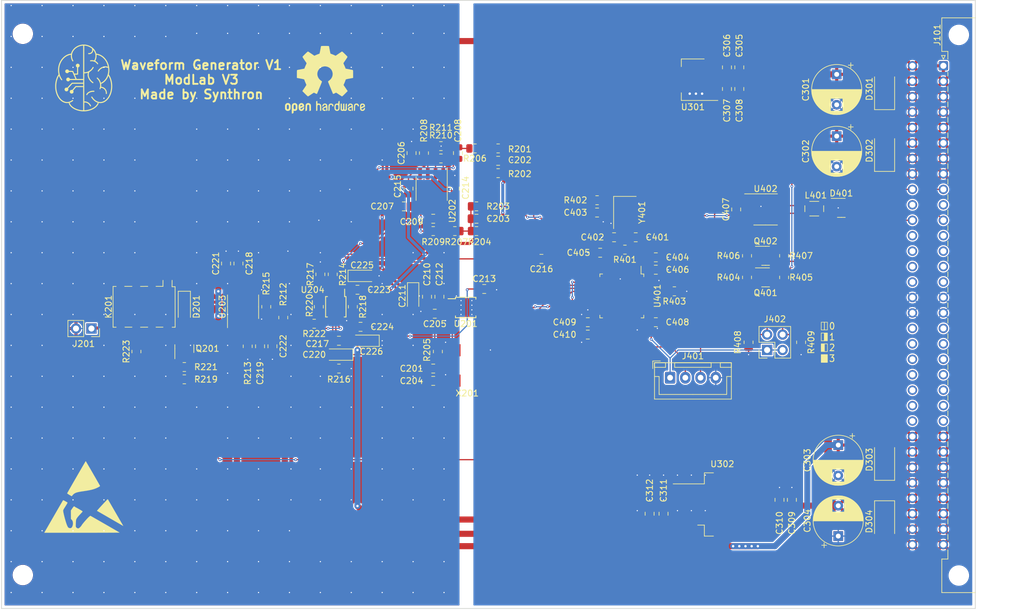
<source format=kicad_pcb>
(kicad_pcb (version 20211014) (generator pcbnew)
  (layers (0 "F.Cu" signal) (31 "B.Cu" signal) (34 "B.Paste" user) (35 "F.Paste" user) (36 "B.SilkS" user "B.Silkscreen") (37 "F.SilkS" user "F.Silkscreen") (38 "B.Mask" user) (39 "F.Mask" user) (44 "Edge.Cuts" user))
  (net 0 "")
  (net 1 "Net-(C201-Pad1)")
  (net 2 "GND")
  (net 3 "Net-(C202-Pad1)")
  (net 4 "Net-(C203-Pad1)")
  (net 5 "Net-(C205-Pad1)")
  (net 6 "Net-(C206-Pad1)")
  (net 7 "Net-(C207-Pad1)")
  (net 8 "Net-(C208-Pad1)")
  (net 9 "Offset")
  (net 10 "Net-(C209-Pad1)")
  (net 11 "Gain")
  (net 12 "+5V")
  (net 13 "Net-(C212-Pad2)")
  (net 14 "DAC")
  (net 15 "-5V")
  (net 16 "/Analog/PWM_MCU")
  (net 17 "Net-(C216-Pad2)")
  (net 18 "Net-(C217-Pad2)")
  (net 19 "+15V")
  (net 20 "-15V")
  (net 21 "+24V")
  (net 22 "+3V3")
  (net 23 "Net-(C401-Pad2)")
  (net 24 "Net-(C402-Pad2)")
  (net 25 "Net-(C403-Pad1)")
  (net 26 "Net-(D201-Pad2)")
  (net 27 "CAN+")
  (net 28 "CAN-")
  (net 30 "SDA_FM")
  (net 43 "SCL_FM")
  (net 55 "Net-(J201-Pad1)")
  (net 56 "/CPU/SWDIO")
  (net 57 "/CPU/SWCLK")
  (net 59 "final")
  (net 61 "Net-(L401-Pad1)")
  (net 62 "Net-(L401-Pad4)")
  (net 63 "Net-(Q201-Pad1)")
  (net 64 "SCL")
  (net 65 "SDA")
  (net 66 "/Analog/PWM_Offset")
  (net 67 "/Analog/PWM_Gain")
  (net 68 "Net-(R210-Pad2)")
  (net 69 "VCA")
  (net 70 "Net-(R213-Pad1)")
  (net 71 "Net-(R214-Pad2)")
  (net 72 "Net-(R218-Pad1)")
  (net 73 "Net-(R218-Pad2)")
  (net 74 "/Analog/Out_Relais")
  (net 75 "Net-(R220-Pad1)")
  (net 76 "Net-(R220-Pad2)")
  (net 77 "Net-(R403-Pad2)")
  (net 78 "Net-(U201-Pad5)")
  (net 79 "/Analog/SDATA")
  (net 80 "/Analog/SCLK")
  (net 81 "/Analog/~{FSYNC}")
  (net 104 "Net-(J402-Pad2)")
  (net 105 "Net-(J402-Pad4)")
  (net 107 "CAN_Rx")
  (net 108 "CAN_Tx")
  (footprint "Capacitor_SMD:C_0805_2012Metric" (layer "F.Cu") (at 173.482 81.788)
    (fp_text reference "C403")
    (fp_text value "100n")
  )
  (footprint "Diode_SMD:D_SMA" (layer "F.Cu") (at 220.726 71.628 90)
    (fp_text reference "D302")
    (fp_text value "P6SMB26")
  )
  (footprint "Capacitor_SMD:C_0805_2012Metric" (layer "F.Cu") (at 194.818 61.468 -90)
    (fp_text reference "C307")
    (fp_text value "100n")
  )
  (footprint "Package_TO_SOT_SMD:SOT-23" (layer "F.Cu") (at 213.614 81.026)
    (fp_text reference "D401")
    (fp_text value "CDSOT23-T24-Q")
  )
  (footprint "Capacitor_SMD:C_0805_2012Metric" (layer "F.Cu") (at 154.94 94.361)
    (fp_text reference "C213")
    (fp_text value "22p")
  )
  (footprint "Package_SO:SOIC-8_3.9x4.9mm_P1.27mm" (layer "F.Cu") (at 115.316 97.282 90)
    (fp_text reference "U203")
    (fp_text value "LM7171xIM")
  )
  (footprint "Capacitor_SMD:C_0805_2012Metric" (layer "F.Cu") (at 131.064 102.87 180)
    (fp_text reference "C217")
    (fp_text value "100n")
  )
  (footprint "Capacitor_SMD:C_0805_2012Metric" (layer "F.Cu") (at 196.342 81.28 90)
    (fp_text reference "C407")
    (fp_text value "100n")
  )
  (footprint "Capacitor_THT:CP_Radial_D8.0mm_P5.00mm" (layer "F.Cu") (at 213.106 120.025349 -90)
    (fp_text reference "C303")
    (fp_text value "100µ")
  )
  (footprint "Resistor_SMD:R_0805_2012Metric" (layer "F.Cu") (at 146.558 84.836 180)
    (fp_text reference "R209")
    (fp_text value "22k")
  )
  (footprint "Capacitor_SMD:C_0805_2012Metric" (layer "F.Cu") (at 150.622 72.009 -90)
    (fp_text reference "C208")
    (fp_text value "470n")
  )
  (footprint "Diode_SMD:D_SMA" (layer "F.Cu") (at 220.726 132.588 -90)
    (fp_text reference "D304")
    (fp_text value "P6SMB16")
  )
  (footprint "Capacitor_SMD:C_0805_2012Metric" (layer "F.Cu") (at 141.732 80.772 180)
    (fp_text reference "C207")
    (fp_text value "470n")
  )
  (footprint "Package_SO:SOIC-8_3.9x4.9mm_P1.27mm" (layer "F.Cu") (at 201.168 81.28)
    (fp_text reference "U402")
    (fp_text value "SN65HVD232")
  )
  (footprint "Capacitor_SMD:C_0805_2012Metric" (layer "F.Cu") (at 112.522 90.17 90)
    (fp_text reference "C221")
    (fp_text value "1µ")
  )
  (footprint "Resistor_SMD:R_0805_2012Metric" (layer "F.Cu") (at 133.35 97.282 -90)
    (fp_text reference "R218")
    (fp_text value "200")
  )
  (footprint "Capacitor_SMD:C_0805_2012Metric" (layer "F.Cu") (at 150.114 77.851 90)
    (fp_text reference "C214")
    (fp_text value "1µ")
  )
  (footprint "Resistor_SMD:R_0805_2012Metric" (layer "F.Cu") (at 157.226 75.311)
    (fp_text reference "R202")
    (fp_text value "3k9")
  )
  (footprint "Crystal:Crystal_SMD_5032-4Pin_5.0x3.2mm" (layer "F.Cu") (at 178.054 81.788 -90)
    (fp_text reference "Y401")
    (fp_text value "8MHz")
  )
  (footprint "Resistor_SMD:R_0805_2012Metric" (layer "F.Cu") (at 147.828 72.898 180)
    (fp_text reference "R210")
    (fp_text value "2k")
  )
  (footprint "Capacitor_SMD:C_0805_2012Metric" (layer "F.Cu") (at 145.542 95.631 -90)
    (fp_text reference "C210")
    (fp_text value "100n")
  )
  (footprint "Capacitor_SMD:C_0805_2012Metric" (layer "F.Cu") (at 114.554 90.17 90)
    (fp_text reference "C218")
    (fp_text value "100n")
  )
  (footprint "Resistor_SMD:R_0805_2012Metric" (layer "F.Cu") (at 147.32 104.648 -90)
    (fp_text reference "R205")
    (fp_text value "10")
  )
  (footprint "Capacitor_SMD:C_0805_2012Metric" (layer "F.Cu") (at 120.142 103.7825 90)
    (fp_text reference "C222")
    (fp_text value "1µ")
  )
  (footprint "Connector_JST:JST_XH_B4B-XH-A_1x04_P2.50mm_Vertical" (layer "F.Cu") (at 185.48 108.949)
    (fp_text reference "J401")
    (fp_text value "SWD")
  )
  (footprint "eigene:logo" (layer "F.Cu") (at 89.154 59.69)
    (fp_text reference "G***" hide)
    (fp_text value "LOGO" hide)
  )
  (footprint "Capacitor_SMD:C_0805_2012Metric" (layer "F.Cu") (at 205.486 129.032 90)
    (fp_text reference "C309")
    (fp_text value "1µ")
  )
  (footprint "Package_TO_SOT_SMD:TO-263-2" (layer "F.Cu") (at 194.056 129.794)
    (fp_text reference "U302")
    (fp_text value "L7905")
  )
  (footprint "Resistor_SMD:R_0805_2012Metric" (layer "F.Cu") (at 131.064 107.442)
    (fp_text reference "R216")
    (fp_text value "1k")
  )
  (footprint "Package_TO_SOT_SMD:SOT-23" (layer "F.Cu") (at 201.168 92.456)
    (fp_text reference "Q401")
    (fp_text value "BSS138")
  )
  (footprint "Capacitor_SMD:C_0805_2012Metric" (layer "F.Cu") (at 183.134 89.154)
    (fp_text reference "C404")
    (fp_text value "100n")
  )
  (footprint "Resistor_SMD:R_0805_2012Metric" (layer "F.Cu") (at 116.078 103.7825 -90)
    (fp_text reference "R213")
    (fp_text value "240")
  )
  (footprint "Resistor_SMD:R_0805_2012Metric" (layer "F.Cu") (at 105.664 107.188)
    (fp_text reference "R221")
    (fp_text value "100k")
  )
  (footprint "Capacitor_SMD:C_0805_2012Metric" (layer "F.Cu") (at 118.11 103.7825 90)
    (fp_text reference "C219")
    (fp_text value "100n")
  )
  (footprint "Capacitor_SMD:C_0805_2012Metric" (layer "F.Cu") (at 146.558 107.442 180)
    (fp_text reference "C201")
    (fp_text value "100n")
  )
  (footprint "Resistor_SMD:R_0805_2012Metric" (layer "F.Cu") (at 119.126 97.282 -90)
    (fp_text reference "R215")
    (fp_text value "910")
  )
  (footprint "Resistor_SMD:R_0805_2012Metric" (layer "F.Cu") (at 127 100.076 180)
    (fp_text reference "R222")
    (fp_text value "240")
  )
  (footprint "Resistor_SMD:R_0805_2012Metric" (layer "F.Cu") (at 147.828 70.866)
    (fp_text reference "R211")
    (fp_text value "2k")
  )
  (footprint "Capacitor_SMD:C_0805_2012Metric" (layer "F.Cu") (at 203.454 129.032 90)
    (fp_text reference "C310")
    (fp_text value "100n")
  )
  (footprint "Capacitor_SMD:C_0805_2012Metric" (layer "F.Cu") (at 173.99 88.392 180)
    (fp_text reference "C405")
    (fp_text value "100n")
  )
  (footprint "Capacitor_SMD:C_0805_2012Metric" (layer "F.Cu") (at 146.558 109.474 180)
    (fp_text reference "C204")
    (fp_text value "4µ7")
  )
  (footprint "Capacitor_SMD:C_0805_2012Metric" (layer "F.Cu") (at 183.134 91.186)
    (fp_text reference "C406")
    (fp_text value "100n")
  )
  (footprint "Connector_PinHeader_2.54mm:PinHeader_2x02_P2.54mm_Vertical" (layer "F.Cu") (at 201.422 104.394 90)
    (fp_text reference "J402")
    (fp_text value "Address")
  )
  (footprint "Resistor_SMD:R_0805_2012Metric" (layer "F.Cu") (at 173.482 79.756)
    (fp_text reference "R402")
    (fp_text value "10k")
  )
  (footprint "Connector_PinSocket_2.54mm:PinSocket_1x02_P2.54mm_Vertical" (layer "F.Cu") (at 90.404 100.863 -90)
    (fp_text reference "J201")
    (fp_text value "Wave_Out")
  )
  (footprint "Relay_SMD:Relay_DPDT_Omron_G6K-2F" (layer "F.Cu") (at 99.06 97.282 -90)
    (fp_text reference "K201")
    (fp_text value "G6K-2")
  )
  (footprint "Symbol:ESD-Logo_13.2x12mm_SilkScreen" (layer "F.Cu") (at 89.154 128.524)
    (fp_text reference "REF**" hide)
    (fp_text value "ESD-Logo_13.2x12mm_SilkScreen" hide)
  )
  (footprint "Resistor_SMD:R_0805_2012Metric" (layer "F.Cu") (at 105.664 109.22 180)
    (fp_text reference "R219")
    (fp_text value "1k")
  )
  (footprint "Resistor_SMD:R_0805_2012Metric" (layer "F.Cu") (at 186.182 94.742 180)
    (fp_text reference "R403")
    (fp_text value "100")
  )
  (footprint "Resistor_SMD:R_0805_2012Metric" (layer "F.Cu") (at 204.216 92.456 90)
    (fp_text reference "R405")
    (fp_text value "4k7")
  )
  (footprint "Capacitor_SMD:C_0805_2012Metric" (layer "F.Cu") (at 164.338 89.408 180)
    (fp_text reference "C216")
    (fp_text value "10n")
  )
  (footprint "Resistor_SMD:R_0805_2012Metric" (layer "F.Cu") (at 130.048 91.948 -90)
    (fp_text reference "R214")
    (fp_text value "9k1")
  )
  (footprint "Capacitor_SMD:C_0805_2012Metric" (layer "F.Cu") (at 153.67 82.804)
    (fp_text reference "C203")
    (fp_text value "5n6")
  )
  (footprint "Capacitor_SMD:C_0805_2012Metric" (layer "F.Cu") (at 183.134 99.822)
    (fp_text reference "C408")
    (fp_text value "100n")
  )
  (footprint "Package_SO:MSOP-10_3x3mm_P0.5mm" (layer "F.Cu") (at 130.556 97.282 -90)
    (fp_text reference "U204")
    (fp_text value "VCA822")
  )
  (footprint "Capacitor_SMD:C_0805_2012Metric" (layer "F.Cu") (at 142.494 77.851 -90)
    (fp_text reference "C215")
    (fp_text value "1µ")
  )
  (footprint "Diode_SMD:D_SMA" (layer "F.Cu") (at 220.726 61.468 90)
    (fp_text reference "D301")
    (fp_text value "SMAJ5,0A")
  )
  (footprint "Capacitor_Tantalum_SMD:CP_EIA-3216-12_Kemet-S" (layer "F.Cu") (at 135.382 102.87 180)
    (fp_text reference "C226")
    (fp_text value "2µ2 Tantal")
  )
  (footprint "eigene:SRF3225TAC" (layer "F.Cu") (at 207.317 82.555)
    (fp_text reference "L401")
    (fp_text value "SRF3225TAC-101Y")
  )
  (footprint "Capacitor_SMD:C_0805_2012Metric" (layer "F.Cu") (at 194.818 57.912 90)
    (fp_text reference "C306")
    (fp_text value "100n")
  )
  (footprint "Oscillator:Oscillator_SMD_EuroQuartz_XO91-4Pin_7.0x5.0mm" (layer "F.Cu") (at 152.146 106.934 90)
    (fp_text reference "X201")
    (fp_text value "25MHz")
  )
  (footprint "Capacitor_SMD:C_0805_2012Metric" (layer "F.Cu") (at 147.574 95.631 90)
    (fp_text reference "C212")
    (fp_text value "100n")
  )
  (footprint "Capacitor_SMD:C_0805_2012Metric" (layer "F.Cu") (at 171.958 99.822 180)
    (fp_text reference "C409")
    (fp_text value "100n")
  )
  (footprint "Resistor_SMD:R_0805_2012Metric" (layer "F.Cu") (at 128.016 91.948 90)
    (fp_text reference "R217")
    (fp_text value "1k")
  )
  (footprint "Capacitor_SMD:C_0805_2012Metric" (layer "F.Cu") (at 176.276 85.852)
    (fp_text reference "C402")
    (fp_text value "20p")
  )
  (footprint "Resistor_SMD:R_0805_2012Metric" (layer "F.Cu") (at 127.762 97.282 -90)
    (fp_text reference "R220")
    (fp_text value "1k")
  )
  (footprint "Resistor_SMD:R_0805_2012Metric" (layer "F.Cu") (at 178.054 87.884 180)
    (fp_text reference "R401")
    (fp_text value "1M")
  )
  (footprint "Diode_SMD:D_SMA" (layer "F.Cu") (at 220.726 122.428 90)
    (fp_text reference "D303")
    (fp_text value "P6SMB16")
  )
  (footprint "Resistor_SMD:R_0805_2012Metric" (layer "F.Cu") (at 97.79 104.648 90)
    (fp_text reference "R223")
    (fp_text value "1k")
  )
  (footprint "Capacitor_SMD:C_0805_2012Metric" (layer "F.Cu") (at 134.112 94.488)
    (fp_text reference "C223")
    (fp_text value "100n")
  )
  (footprint "Package_SO:SOIC-8_3.9x4.9mm_P1.27mm" (layer "F.Cu") (at 146.304 77.851 -90)
    (fp_text reference "U202")
    (fp_text value "OPA2196xD")
  )
  (footprint "Capacitor_Tantalum_SMD:CP_EIA-3216-12_Kemet-S" (layer "F.Cu") (at 134.874 92.202)
    (fp_text reference "C225")
    (fp_text value "2µ2 Tantal")
  )
  (footprint "Capacitor_SMD:C_0805_2012Metric" (layer "F.Cu") (at 157.226 73.279)
    (fp_text reference "C202")
    (fp_text value "5n6")
  )
  (footprint "Diode_SMD:D_MiniMELF" (layer "F.Cu") (at 105.664 97.282 -90)
    (fp_text reference "D201")
    (fp_text value "LL4148")
  )
  (footprint "Capacitor_Tantalum_SMD:CP_EIA-3216-12_Kemet-S" (layer "F.Cu") (at 131.064 105.156 180)
    (fp_text reference "C220")
    (fp_text value "22µ Tantal")
  )
  (footprint "Resistor_SMD:R_0805_2012Metric" (layer "F.Cu") (at 153.67 80.772 180)
    (fp_text reference "R203")
    (fp_text value "1k3")
  )
  (footprint "Capacitor_SMD:C_0805_2012Metric" (layer "F.Cu") (at 146.558 82.804 180)
    (fp_text reference "C209")
    (fp_text value "470n")
  )
  (footprint "Resistor_SMD:R_0805_2012Metric" (layer "F.Cu") (at 198.12 92.456 90)
    (fp_text reference "R404")
    (fp_text value "4k7")
  )
  (footprint "Resistor_SMD:R_0805_2012Metric" (layer "F.Cu") (at 153.416 71.247 180)
    (fp_text reference "R206")
    (fp_text value "22k")
  )
  (footprint "Capacitor_THT:CP_Radial_D8.0mm_P5.00mm" (layer "F.Cu") (at 212.852 69.225349 -90)
    (fp_text reference "C302")
    (fp_text value "100µ")
  )
  (footprint "Resistor_SMD:R_0805_2012Metric" (layer "F.Cu") (at 207.01 103.124 -90)
    (fp_text reference "R409")
    (fp_text value "10k")
  )
  (footprint "Capacitor_Tantalum_SMD:CP_EIA-3216-12_Kemet-S" (layer "F.Cu") (at 143.256 95.631 -90)
    (fp_text reference "C211")
    (fp_text value "10µ Tantal")
  )
  (footprint "Package_TO_SOT_SMD:SOT-23" (layer "F.Cu") (at 105.664 104.164 90)
    (fp_text reference "Q201")
    (fp_text value "BSS138")
  )
  (footprint "Resistor_SMD:R_0805_2012Metric" (layer "F.Cu") (at 198.374 103.124 -90)
    (fp_text reference "R408")
    (fp_text value "10k")
  )
  (footprint "Package_TO_SOT_SMD:SOT-23" (layer "F.Cu") (at 201.168 88.9)
    (fp_text reference "Q402")
    (fp_text value "BSS138")
  )
  (footprint "Capacitor_SMD:C_0805_2012Metric" (layer "F.Cu") (at 146.812 98.425 180)
    (fp_text reference "C205")
    (fp_text value "100n")
  )
  (footprint "Resistor_SMD:R_0805_2012Metric" (layer "F.Cu") (at 157.226 71.247 180)
    (fp_text reference "R201")
    (fp_text value "1k3")
  )
  (footprint "Resistor_SMD:R_0805_2012Metric" (layer "F.Cu") (at 145.034 72.009 -90)
    (fp_text reference "R208")
    (fp_text value "22k")
  )
  (footprint "Capacitor_THT:CP_Radial_D8.0mm_P5.00mm" (layer "F.Cu") (at 212.852 59.065349 -90)
    (fp_text reference "C301")
    (fp_text value "100µ")
  )
  (footprint "Capacitor_SMD:C_0805_2012Metric" (layer "F.Cu") (at 143.002 72.009 90)
    (fp_text reference "C206")
    (fp_text value "470n")
  )
  (footprint "Package_TO_SOT_SMD:SOT-223-3_TabPin2" (layer "F.Cu") (at 189.23 59.944 180)
    (fp_text reference "U301")
    (fp_text value "AP1117-33")
  )
  (footprint "Resistor_SMD:R_0805_2012Metric" (layer "F.Cu") (at 153.67 84.836)
    (fp_text reference "R204")
    (fp_text value "3k9")
  )
  (footprint "Resistor_SMD:R_0805_2012Metric" (layer "F.Cu") (at 204.216 88.9 90)
    (fp_text reference "R407")
    (fp_text value "4k7")
  )
  (footprint "Capacitor_THT:CP_Radial_D8.0mm_P5.00mm" (layer "F.Cu") (at 213.106 134.990651 90)
    (fp_text reference "C304")
    (fp_text value "100µ")
  )
  (footprint "Capacitor_SMD:C_0805_2012Metric" (layer "F.Cu") (at 196.85 61.468 -90)
    (fp_text reference "C308")
    (fp_text value "1µ")
  )
  (footprint "Resistor_SMD:R_0805_2012Metric" (layer "F.Cu") (at 150.114 84.836 180)
    (fp_text reference "R207")
    (fp_text value "22k")
  )
  (footprint "Capacitor_SMD:C_0805_2012Metric" (layer "F.Cu") (at 134.62 100.584 180)
    (fp_text reference "C224")
    (fp_text value "100n")
  )
  (footprint "Capacitor_SMD:C_0805_2012Metric" (layer "F.Cu") (at 182.118 131.318 90)
    (fp_text reference "C312")
    (fp_text value "1µ")
  )
  (footprint "Capacitor_SMD:C_0805_2012Metric" (layer "F.Cu") (at 184.404 131.318 90)
    (fp_text reference "C311")
    (fp_text value "100n")
  )
  (footprint "Capacitor_SMD:C_0805_2012Metric" (layer "F.Cu") (at 171.958 101.854 180)
    (fp_text reference "C410")
    (fp_text value "4µ7")
  )
  (footprint "eigene:VG64_Euro" (layer "F.Cu") (at 75.628 146.898)
    (fp_text reference "J101")
    (fp_text value "DIN41612_02x32_AC")
    (fp_line (start 160 0) (end 0 0) (layer "Edge.Cuts") (width 0.12))
    (fp_line (start 160 -100) (end 160 0) (layer "Edge.Cuts") (width 0.12))
    (fp_line (start 0 -100) (end 160 -100) (layer "Edge.Cuts") (width 0.12))
    (fp_line (start 0 0) (end 0 -100) (layer "Edge.Cuts") (width 0.12))
  )
  (footprint "Resistor_SMD:R_0805_2012Metric" (layer "F.Cu") (at 198.12 88.9 90)
    (fp_text reference "R406")
    (fp_text value "4k7")
  )
  (footprint "Package_SO:MSOP-10_3x3mm_P0.5mm" (layer "F.Cu") (at 151.892 97.409)
    (fp_text reference "U201")
    (fp_text value "AD9833xRM")
  )
  (footprint "Symbol:OSHW-Logo2_14.6x12mm_SilkScreen" (layer "F.Cu") (at 128.778 59.944)
    (fp_text reference "REF**" hide)
    (fp_text value "OSHW-Logo2_14.6x12mm_SilkScreen" hide)
  )
  (footprint "Capacitor_SMD:C_0805_2012Metric" (layer "F.Cu") (at 179.832 85.852 180)
    (fp_text reference "C401")
    (fp_text value "20p")
  )
  (footprint "Capacitor_SMD:C_0805_2012Metric" (layer "F.Cu") (at 196.85 57.912 90)
    (fp_text reference "C305")
    (fp_text value "1µ")
  )
  (footprint "Resistor_SMD:R_0805_2012Metric" (layer "F.Cu") (at 121.92 99.06 90)
    (fp_text reference "R212")
    (fp_text value "240")
  )
  (footprint "Package_QFP:LQFP-48_7x7mm_P0.5mm" (layer "F.Cu") (at 177.546 95.504 -90)
    (fp_text reference "U401")
    (fp_text value "STM32F103C8Tx")
  )
  (gr_rect (start 211.328 101.092) (end 210.82 99.822) (layer "F.SilkS") (width 0.1) (fill none))
  (gr_rect (start 211.328 102.87) (end 210.82 101.6) (layer "F.SilkS") (width 0.1) (fill solid))
  (gr_rect (start 211.328 104.648) (end 210.82 103.378) (layer "F.SilkS") (width 0.1) (fill none))
  (gr_rect (start 210.82 102.87) (end 210.312 101.6) (layer "F.SilkS") (width 0.1) (fill none))
  (gr_rect (start 210.82 106.426) (end 210.312 105.156) (layer "F.SilkS") (width 0.1) (fill solid))
  (gr_rect (start 211.328 106.426) (end 210.82 105.156) (layer "F.SilkS") (width 0.1) (fill solid))
  (gr_rect (start 210.82 104.648) (end 210.312 103.378) (layer "F.SilkS") (width 0.1) (fill solid))
  (gr_rect (start 210.82 101.092) (end 210.312 99.822) (layer "F.SilkS") (width 0.1) (fill none))
  (gr_text "0\n1\n2\n3" (at 212.09 103.124) (layer "F.SilkS") (effects (font (size 1.1 1))))
  (gr_text "Waveform Generator V1\nModLab V3\nMade by Synthron" (at 108.458 59.944) (layer "F.SilkS") (effects (font (size 1.5 1.5) (thickness 0.3))))
  (segment (start 147.548 109.434) (end 147.508 109.474) (width 0.2) (layer "F.Cu") (net 1))
  (segment (start 147.508 105.7485) (end 147.32 105.5605) (width 0.2) (layer "F.Cu") (net 1))
  (segment (start 150.046 109.434) (end 147.548 109.434) (width 0.2) (layer "F.Cu") (net 1))
  (segment (start 147.508 109.474) (end 147.508 105.7485) (width 0.2) (layer "F.Cu") (net 1))
  (segment (start 171.008 98.618) (end 170.942 98.552) (width 0.2) (layer "F.Cu") (net 2))
  (segment (start 144.78 97.282) (end 144.78 97.79) (width 0.2) (layer "F.Cu") (net 2))
  (segment (start 194.818 63.5) (end 194.818 62.418) (width 0.2) (layer "F.Cu") (net 2))
  (segment (start 140.782 80.772) (end 139.7 80.772) (width 0.2) (layer "F.Cu") (net 2))
  (segment (start 176.796 91.3415) (end 176.796 92.214) (width 0.2) (layer "F.Cu") (net 2))
  (segment (start 203.454 128.082) (end 203.454 127) (width 0.2) (layer "F.Cu") (net 2))
  (segment (start 175.896 83.438) (end 175.768 83.566) (width 0.2) (layer "F.Cu") (net 2))
  (segment (start 171.008 101.854) (end 171.008 103.058) (width 0.2) (layer "F.Cu") (net 2))
  (segment (start 143.256 96.981) (end 143.463 96.981) (width 0.2) (layer "F.Cu") (net 2))
  (segment (start 174.432 83.246) (end 174.498 83.312) (width 0.2) (layer "F.Cu") (net 2))
  (segment (start 145.481 96.581) (end 144.78 97.282) (width 0.2) (layer "F.Cu") (net 2))
  (segment (start 180.214 80.138) (end 180.34 80.264) (width 0.2) (layer "F.Cu") (net 2))
  (segment (start 179.054 80.138) (end 180.214 80.138) (width 0.2) (layer "F.Cu") (net 2))
  (segment (start 183.352 93.254) (end 183.642 92.964) (width 0.2) (layer "F.Cu") (net 2))
  (segment (start 154.092 96.909) (end 152.9 96.909) (width 0.2) (layer "F.Cu") (net 2))
  (segment (start 145.608 109.474) (end 144.526 109.474) (width 0.2) (layer "F.Cu") (net 2))
  (segment (start 155.89 94.361) (end 156.845 94.361) (width 0.2) (layer "F.Cu") (net 2))
  (segment (start 131.556 99.482) (end 132.248 99.482) (width 0.2) (layer "F.Cu") (net 2))
  (segment (start 148.7405 70.866) (end 147.8575 70.866) (width 0.2) (layer "F.Cu") (net 2))
  (segment (start 184.084 99.822) (end 184.084 100.142) (width 0.2) (layer "F.Cu") (net 2))
  (segment (start 151.13 97.79) (end 151.011 97.909) (width 0.2) (layer "F.Cu") (net 2))
  (segment (start 145.862 98.425) (end 144.907 98.425) (width 0.2) (layer "F.Cu") (net 2))
  (segment (start 136.224 92.202) (end 137.668 92.202) (width 0.2) (layer "F.Cu") (net 2))
  (segment (start 106.614 103.698) (end 106.68 103.632) (width 0.2) (layer "F.Cu") (net 2))
  (segment (start 174.432 81.788) (end 174.432 83.246) (width 0.2) (layer "F.Cu") (net 2))
  (segment (start 190.74 62.244) (end 189.724 62.244) (width 1) (layer "F.Cu") (net 2))
  (segment (start 196.85 62.418) (end 192.554 62.418) (width 1) (layer "F.Cu") (net 2))
  (segment (start 154.62 82.804) (end 155.702 82.804) (width 0.2) (layer "F.Cu") (net 2))
  (segment (start 159.385 73.279) (end 159.512 73.152) (width 0.2) (layer "F.Cu") (net 2))
  (segment (start 181.7085 93.254) (end 183.352 93.254) (width 0.2) (layer "F.Cu") (net 2))
  (segment (start 128.016 91.0355) (end 128.016 89.916) (width 0.2) (layer "F.Cu") (net 2))
  (segment (start 198.693 80.645) (end 200.279 80.645) (width 0.2) (layer "F.Cu") (net 2))
  (segment (start 158.176 73.279) (end 159.385 73.279) (width 0.2) (layer "F.Cu") (net 2))
  (segment (start 187.0945 94.742) (end 188.214 94.742) (width 0.2) (layer "F.Cu") (net 2))
  (segment (start 136.732 102.87) (end 138.176 102.87) (width 0.2) (layer "F.Cu") (net 2))
  (segment (start 214.5515 81.026) (end 213.106 81.026) (width 0.2) (layer "F.Cu") (net 2))
  (segment (start 154.246 104.434) (end 155.916 104.434) (width 0.2) (layer "F.Cu") (net 2))
  (segment (start 171.008 99.822) (end 171.008 98.618) (width 0.2) (layer "F.Cu") (net 2))
  (segment (start 198.374 104.0365) (end 198.374 105.156) (width 0.2) (layer "F.Cu") (net 2))
  (segment (start 179.796 99.6665) (end 179.796 100.802) (width 0.2) (layer "F.Cu") (net 2))
  (segment (start 184.084 91.186) (end 185.166 91.186) (width 0.2) (layer "F.Cu") (net 2))
  (segment (start 179.796 100.802) (end 180.086 101.092) (width 0.2) (layer "F.Cu") (net 2))
  (segment (start 144.78 97.79) (end 144.526 98.044) (width 0.2) (layer "F.Cu") (net 2))
  (segment (start 173.3835 97.754) (end 171.994 97.754) (width 0.2) (layer "F.Cu") (net 2))
  (segment (start 135.57 100.584) (end 136.652 100.584) (width 0.2) (layer "F.Cu") (net 2))
  (segment (start 196.657 80.645) (end 196.342 80.33) (width 0.2) (layer "F.Cu") (net 2))
  (segment (start 200.279 80.645) (end 200.406 80.772) (width 0.2) (layer "F.Cu") (net 2))
  (segment (start 192.38 62.244) (end 190.74 62.244) (width 1) (layer "F.Cu") (net 2))
  (segment (start 106.5765 105.139) (end 106.614 105.1015) (width 0.2) (layer "F.Cu") (net 2))
  (segment (start 141.163 78.801) (end 140.97 78.994) (width 0.2) (layer "F.Cu") (net 2))
  (segment (start 194.818 56.962) (end 194.818 55.88) (width 0.2) (layer "F.Cu") (net 2))
  (segment (start 196.85 56.962) (end 196.85 55.88) (width 0.2) (layer "F.Cu") (net 2))
  (segment (start 196.85 63.5) (end 196.85 62.418) (width 0.2) (layer "F.Cu") (net 2))
  (segment (start 173.04 88.392) (end 171.958 88.392) (width 0.2) (layer "F.Cu") (net 2))
  (segment (start 192.554 62.418) (end 192.38 62.244) (width 1) (layer "F.Cu") (net 2))
  (segment (start 143.002 71.059) (end 143.002 70.104) (width 0.2) (layer "F.Cu") (net 2))
  (segment (start 155.916 104.434) (end 155.956 104.394) (width 0.2) (layer "F.Cu") (net 2))
  (segment (start 171.008 103.058) (end 170.942 103.124) (width 0.2) (layer "F.Cu") (net 2))
  (segment (start 118.11 104.7325) (end 118.11 105.918) (width 0.2) (layer "F.Cu") (net 2))
  (segment (start 145.542 96.581) (end 145.481 96.581) (width 0.2) (layer "F.Cu") (net 2))
  (segment (start 116.078 104.695) (end 116.078 105.918) (width 0.2) (layer "F.Cu") (net 2))
  (segment (start 106.5765 107.188) (end 106.5765 105.139) (width 0.2) (layer "F.Cu") (net 2))
  (segment (start 175.326 85.852) (end 174.244 85.852) (width 0.2) (layer "F.Cu") (net 2))
  (segment (start 120.142 104.7325) (end 120.142 105.918) (width 0.2) (layer "F.Cu") (net 2))
  (segment (start 145.608 107.442) (end 144.526 107.442) (width 0.2) (layer "F.Cu") (net 2))
  (segment (start 142.494 78.801) (end 141.163 78.801) (width 0.2) (layer "F.Cu") (net 2))
  (segment (start 151.011 97.909) (end 149.692 97.909) (width 0.2) (layer "F.Cu") (net 2))
  (segment (start 144.907 98.425) (end 144.526 98.044) (width 0.2) (layer "F.Cu") (net 2))
  (segment (start 135.062 94.488) (end 136.144 94.488) (width 0.2) (layer "F.Cu") (net 2))
  (segment (start 131.9765 107.442) (end 133.096 107.442) (width 0.2) (layer "F.Cu") (net 2))
  (segment (start 205.486 128.082) (end 205.486 127) (width 0.2) (layer "F.Cu") (net 2))
  (segment (start 176.796 92.214) (end 177.292 92.71) (width 0.2) (layer "F.Cu") (net 2))
  (segment (start 180.782 85.852) (end 181.864 85.852) (width 0.2) (layer "F.Cu") (net 2))
  (segment (start 198.693 80.645) (end 196.657 80.645) (width 0.2) (layer "F.Cu") (net 2))
  (segment (start 106.614 105.1015) (end 106.614 103.698) (width 0.2) (layer "F.Cu") (net 2))
  (segment (start 184.084 89.154) (end 185.166 89.154) (width 0.2) (layer "F.Cu") (net 2))
  (segment (start 156.845 94.361) (end 156.972 94.488) (width 0.2) (layer "F.Cu") (net 2))
  (segment (start 177.054 83.438) (end 175.896 83.438) (width 0.2) (layer "F.Cu") (net 2))
  (segment (start 171.994 97.754) (end 171.958 97.79) (width 0.2) (layer "F.Cu") (net 2))
  (segment (start 189.724 62.244) (end 188.708 62.244) (width 1) (layer "F.Cu") (net 2))
  (segment (start 150.114 76.901) (end 150.114 75.692) (width 0.2) (layer "F.Cu") (net 2))
  (segment (start 207.01 104.0365) (end 207.01 105.156) (width 0.2) (layer "F.Cu") (net 2))
  (segment (start 112.522 89.22) (end 112.522 88.138) (width 0.2) (layer "F.Cu") (net 2))
  (segment (start 143.463 96.981) (end 144.526 98.044) (width 0.2) (layer "F.Cu") (net 2))
  (segment (start 184.084 100.142) (end 183.388 100.838) (width 0.2) (layer "F.Cu") (net 2))
  (segment (start 132.248 99.482) (end 132.334 99.568) (width 0.2) (layer "F.Cu") (net 2))
  (segment (start 114.554 89.22) (end 114.554 88.138) (width 0.2) (layer "F.Cu") (net 2))
  (via (at 82.296 129.032) (size 0.46) (drill 0.2) (layers "F.Cu" "B.Cu") (net 2))
  (via (at 148.59 108.458) (size 0.46) (drill 0.2) (layers "F.Cu" "B.Cu") (net 2))
  (via (at 92.456 103.632) (size 0.46) (drill 0.2) (layers "F.Cu" "B.Cu") (net 2))
  (via (at 117.856 73.152) (size 0.46) (drill 0.2) (layers "F.Cu" "B.Cu") (net 2))
  (via (at 77.216 68.072) (size 0.46) (drill 0.2) (layers "F.Cu" "B.Cu") (net 2))
  (via (at 102.616 129.032) (size 0.46) (drill 0.2) (layers "F.Cu" "B.Cu") (net 2))
  (via (at 82.296 113.792) (size 0.46) (drill 0.2) (layers "F.Cu" "B.Cu") (net 2))
  (via (at 185.166 91.186) (size 0.46) (drill 0.2) (layers "F.Cu" "B.Cu") (net 2))
  (via (at 82.296 47.752) (size 0.46) (drill 0.2) (layers "F.Cu" "B.Cu") (net 2))
  (via (at 188.214 94.742) (size 0.46) (drill 0.2) (layers "F.Cu" "B.Cu") (net 2))
  (via (at 122.936 144.272) (size 0.46) (drill 0.2) (layers "F.Cu" "B.Cu") (net 2))
  (via (at 128.016 52.324) (size 0.46) (drill 0.2) (layers "F.Cu" "B.Cu") (net 2))
  (via (at 82.296 118.872) (size 0.46) (drill 0.2) (layers "F.Cu" "B.Cu") (net 2))
  (via (at 143.002 70.104) (size 0.46) (drill 0.2) (layers "F.Cu" "B.Cu") (net 2))
  (via (at 120.142 105.918) (size 0.46) (drill 0.2) (layers "F.Cu" "B.Cu") (net 2))
  (via (at 128.016 78.232) (size 0.46) (drill 0.2) (layers "F.Cu" "B.Cu") (net 2))
  (via (at 117.856 83.312) (size 0.46) (drill 0.2) (layers "F.Cu" "B.Cu") (net 2))
  (via (at 152.908 97.028) (size 0.46) (drill 0.2) (layers "F.Cu" "B.Cu") (net 2))
  (via (at 143.256 139.192) (size 0.46) (drill 0.2) (layers "F.Cu" "B.Cu") (net 2))
  (via (at 122.936 78.232) (size 0.46) (drill 0.2) (layers "F.Cu" "B.Cu") (net 2))
  (via (at 77.216 129.032) (size 0.46) (drill 0.2) (layers "F.Cu" "B.Cu") (net 2))
  (via (at 132.842 77.978) (size 0.46) (drill 0.2) (layers "F.Cu" "B.Cu") (net 2))
  (via (at 133.096 129.032) (size 0.46) (drill 0.2) (layers "F.Cu" "B.Cu") (net 2))
  (via (at 136.144 94.488) (size 0.46) (drill 0.2) (layers "F.Cu" "B.Cu") (net 2))
  (via (at 112.776 68.072) (size 0.46) (drill 0.2) (layers "F.Cu" "B.Cu") (net 2))
  (via (at 97.536 78.232) (size 0.46) (drill 0.2) (layers "F.Cu" "B.Cu") (net 2))
  (via (at 191.262 130.81) (size 0.46) (drill 0.2) (layers "F.Cu" "B.Cu") (net 2))
  (via (at 148.336 68.072) (size 0.46) (drill 0.2) (layers "F.Cu" "B.Cu") (net 2))
  (via (at 180.086 124.968) (size 0.46) (drill 0.2) (layers "F.Cu" "B.Cu") (net 2))
  (via (at 138.176 123.952) (size 0.46) (drill 0.2) (layers "F.Cu" "B.Cu") (net 2))
  (via (at 213.106 81.026) (size 0.46) (drill 0.2) (layers "F.Cu" "B.Cu") (net 2))
  (via (at 102.616 134.112) (size 0.46) (drill 0.2) (layers "F.Cu" "B.Cu") (net 2))
  (via (at 180.086 130.81) (size 0.46) (drill 0.2) (layers "F.Cu" "B.Cu") (net 2))
  (via (at 128.016 62.992) (size 0.46) (drill 0.2) (layers "F.Cu" "B.Cu") (net 2))
  (via (at 117.856 139.192) (size 0.46) (drill 0.2) (layers "F.Cu" "B.Cu") (net 2))
  (via (at 117.856 134.112) (size 0.46) (drill 0.2) (layers "F.Cu" "B.Cu") (net 2))
  (via (at 183.388 100.838) (size 0.46) (drill 0.2) (layers "F.Cu" "B.Cu") (net 2))
  (via (at 136.652 100.584) (size 0.46) (drill 0.2) (layers "F.Cu" "B.Cu") (net 2))
  (via (at 117.856 113.792) (size 0.46) (drill 0.2) (layers "F.Cu" "B.Cu") (net 2))
  (via (at 112.522 88.138) (size 0.46) (drill 0.2) (layers "F.Cu" "B.Cu") (net 2))
  (via (at 87.376 144.272) (size 0.46) (drill 0.2) (layers "F.Cu" "B.Cu") (net 2))
  (via (at 112.776 62.992) (size 0.46) (drill 0.2) (layers "F.Cu" "B.Cu") (net 2))
  (via (at 143.256 98.552) (size 0.46) (drill 0.2) (layers "F.Cu" "B.Cu") (net 2))
  (via (at 148.336 129.032) (size 0.46) (drill 0.2) (layers "F.Cu" "B.Cu") (net 2))
  (via (at 107.696 62.992) (size 0.46) (drill 0.2) (layers "F.Cu" "B.Cu") (net 2))
  (via (at 106.68 103.632) (size 0.46) (drill 0.2) (layers "F.Cu" "B.Cu") (net 2))
  (via (at 138.176 93.472) (size 0.46) (drill 0.2) (layers "F.Cu" "B.Cu") (net 2))
  (via (at 117.856 68.072) (size 0.46) (drill 0.2) (layers "F.Cu" "B.Cu") (net 2))
  (via (at 107.696 98.552) (size 0.46) (drill 0.2) (layers "F.Cu" "B.Cu") (net 2))
  (via (at 183.642 92.964) (size 0.46) (drill 0.2) (layers "F.Cu" "B.Cu") (net 2))
  (via (at 107.696 47.752) (size 0.46) (drill 0.2) (layers "F.Cu" "B.Cu") (net 2))
  (via (at 87.376 139.192) (size 0.46) (drill 0.2) (layers "F.Cu" "B.Cu") (net 2))
  (via (at 97.536 123.952) (size 0.46) (drill 0.2) (layers "F.Cu" "B.Cu") (net 2))
  (via (at 128.016 144.272) (size 0.46) (drill 0.2) (layers "F.Cu" "B.Cu") (net 2))
  (via (at 112.776 57.912) (size 0.46) (drill 0.2) (layers "F.Cu" "B.Cu") (net 2))
  (via (at 77.216 93.472) (size 0.46) (drill 0.2) (layers "F.Cu" "B.Cu") (net 2))
  (via (at 102.616 139.192) (size 0.46) (drill 0.2) (layers "F.Cu" "B.Cu") (net 2))
  (via (at 102.616 103.632) (size 0.46) (drill 0.2) (layers "F.Cu" "B.Cu") (net 2))
  (via (at 144.272 95.504) (size 0.46) (drill 0.2) (layers "F.Cu" "B.Cu") (net 2))
  (via (at 148.336 144.272) (size 0.46) (drill 0.2) (layers "F.Cu" "B.Cu") (net 2))
  (via (at 112.776 83.312) (size 0.46) (drill 0.2) (layers "F.Cu" "B.Cu") (net 2))
  (via (at 143.256 52.324) (size 0.46) (drill 0.2) (layers "F.Cu" "B.Cu") (net 2))
  (via (at 112.776 93.472) (size 0.46) (drill 0.2) (layers "F.Cu" "B.Cu") (net 2))
  (via (at 97.536 88.392) (size 0.46) (drill 0.2) (layers "F.Cu" "B.Cu") (net 2))
  (via (at 133.096 83.312) (size 0.46) (drill 0.2) (layers "F.Cu" "B.Cu") (net 2))
  (via (at 87.376 93.472) (size 0.46) (drill 0.2) (layers "F.Cu" "B.Cu") (net 2))
  (via (at 143.256 68.072) (size 0.46) (drill 0.2) (layers "F.Cu" "B.Cu") (net 2))
  (via (at 107.696 139.192) (size 0.46) (drill 0.2) (layers "F.Cu" "B.Cu") (net 2))
  (via (at 184.404 129.032) (size 0.46) (drill 0.2) (layers "F.Cu" "B.Cu") (net 2))
  (via (at 148.336 113.792) (size 0.46) (drill 0.2) (layers "F.Cu" "B.Cu") (net 2))
  (via (at 122.936 47.752) (size 0.46) (drill 0.2) (layers "F.Cu" "B.Cu") (net 2))
  (via (at 92.456 68.072) (size 0.46) (drill 0.2) (layers "F.Cu" "B.Cu") (net 2))
  (via (at 138.176 57.912) (size 0.46) (drill 0.2) (layers "F.Cu" "B.Cu") (net 2))
  (via (at 87.376 52.832) (size 0.46) (drill 0.2) (layers "F.Cu" "B.Cu") (net 2))
  (via (at 148.336 93.472) (size 0.46) (drill 0.2) (layers "F.Cu" "B.Cu") (net 2))
  (via (at 174.244 85.852) (size 0.46) (drill 0.2) (layers "F.Cu" "B.Cu") (net 2))
  (via (at 112.776 113.792) (size 0.46) (drill 0.2) (layers "F.Cu" "B.Cu") (net 2))
  (via (at 92.456 47.752) (size 0.46) (drill 0.2) (layers "F.Cu" "B.Cu") (net 2))
  (via (at 77.216 118.872) (size 0.46) (drill 0.2) (layers "F.Cu" "B.Cu") (net 2))
  (via (at 123.19 118.872) (size 0.46) (drill 0.2) (layers "F.Cu" "B.Cu") (net 2))
  (via (at 143.256 123.952) (size 0.46) (drill 0.2) (layers "F.Cu" "B.Cu") (net 2))
  (via (at 175.768 83.566) (size 0.46) (drill 0.2) (layers "F.Cu" "B.Cu") (net 2))
  (via (at 112.776 123.952) (size 0.46) (drill 0.2) (layers "F.Cu" "B.Cu") (net 2))
  (via (at 97.536 98.552) (size 0.46) (drill 0.2) (layers "F.Cu" "B.Cu") (net 2))
  (via (at 112.776 47.752) (size 0.46) (drill 0.2) (layers "F.Cu" "B.Cu") (net 2))
  (via (at 102.616 118.872) (size 0.46) (drill 0.2) (layers "F.Cu" "B.Cu") (net 2))
  (via (at 107.696 108.712) (size 0.46) (drill 0.2) (layers "F.Cu" "B.Cu") (net 2))
  (via (at 143.256 129.032) (size 0.46) (drill 0.2) (layers "F.Cu" "B.Cu") (net 2))
  (via (at 92.456 123.952) (size 0.46) (drill 0.2) (layers "F.Cu" "B.Cu") (net 2))
  (via (at 138.176 129.032) (size 0.46) (drill 0.2) (layers "F.Cu" "B.Cu") (net 2))
  (via (at 143.256 47.752) (size 0.46) (drill 0.2) (layers "F.Cu" "B.Cu") (net 2))
  (via (at 133.096 123.952) (size 0.46) (drill 0.2) (layers "F.Cu" "B.Cu") (net 2))
  (via (at 128.016 57.912) (size 0.46) (drill 0.2) (layers "F.Cu" "B.Cu") (net 2))
  (via (at 190.74 62.244) (size 0.8) (drill 0.4) (layers "F.Cu" "B.Cu") (net 2))
  (via (at 107.696 83.312) (size 0.46) (drill 0.2) (layers "F.Cu" "B.Cu") (net 2))
  (via (at 128.016 89.916) (size 0.46) (drill 0.2) (layers "F.Cu" "B.Cu") (net 2))
  (via (at 148.59 103.124) (size 0.46) (drill 0.2) (layers "F.Cu" "B.Cu") (net 2))
  (via (at 138.176 118.872) (size 0.46) (drill 0.2) (layers "F.Cu" "B.Cu") (net 2))
  (via (at 112.776 98.552) (size 0.46) (drill 0.2) (layers "F.Cu" "B.Cu") (net 2))
  (via (at 123.19 129.032) (size 0.46) (drill 0.2) (layers "F.Cu" "B.Cu") (net 2))
  (via (at 117.856 78.232) (size 0.46) (drill 0.2) (layers "F.Cu" "B.Cu") (net 2))
  (via (at 118.364 94.488) (size 0.46) (drill 0.2) (layers "F.Cu" "B.Cu") (net 2))
  (via (at 148.336 139.192) (size 0.46) (drill 0.2) (layers "F.Cu" "B.Cu") (net 2))
  (via (at 77.216 83.312) (size 0.46) (drill 0.2) (layers "F.Cu" "B.Cu") (net 2))
  (via (at 144.526 98.044) (size 0.46) (drill 0.2) (layers "F.Cu" "B.Cu") (net 2))
  (via (at 138.176 108.712) (size 0.46) (drill 0.2) (layers "F.Cu" "B.Cu") (net 2))
  (via (at 156.972 94.488) (size 0.46) (drill 0.2) (layers "F.Cu" "B.Cu") (net 2))
  (via (at 117.856 62.992) (size 0.46) (drill 0.2) (layers "F.Cu" "B.Cu") (net 2))
  (via (at 112.776 144.272) (size 0.46) (drill 0.2) (layers "F.Cu" "B.Cu") (net 2))
  (via (at 128.016 118.872) (size 0.46) (drill 0.2) (layers "F.Cu" "B.Cu") (net 2))
  (via (at 97.536 134.112) (size 0.46) (drill 0.2) (layers "F.Cu" "B.Cu") (net 2))
  (via (at 128.016 47.752) (size 0.46) (drill 0.2) (layers "F.Cu" "B.Cu") (net 2))
  (via (at 189.724 62.244) (size 0.8) (drill 0.4) (layers "F.Cu" "B.Cu") (net 2))
  (via (at 139.7 80.772) (size 0.46) (drill 0.2) (layers "F.Cu" "B.Cu") (net 2))
  (via (at 92.456 57.912) (size 0.46) (drill 0.2) (layers "F.Cu" "B.Cu") (net 2))
  (via (at 118.11 105.918) (size 0.46) (drill 0.2) (layers "F.Cu" "B.Cu") (net 2))
  (via (at 128.016 129.032) (size 0.46) (drill 0.2) (layers "F.Cu" "B.Cu") (net 2))
  (via (at 143.256 62.992) (size 0.46) (drill 0.2) (layers "F.Cu" "B.Cu") (net 2))
  (via (at 138.176 98.552) (size 0.46) (drill 0.2) (layers "F.Cu" "B.Cu") (net 2))
  (via (at 122.936 57.912) (size 0.46) (drill 0.2) (layers "F.Cu" "B.Cu") (net 2))
  (via (at 148.59 99.568) (size 0.46) (drill 0.2) (layers "F.Cu" "B.Cu") (net 2))
  (via (at 87.376 98.552) (size 0.46) (drill 0.2) (layers "F.Cu" "B.Cu") (net 2))
  (via (at 92.456 113.792) (size 0.46) (drill 0.2) (layers "F.Cu" "B.Cu") (net 2))
  (via (at 132.334 99.568) (size 0.46) (drill 0.2) (layers "F.Cu" "B.Cu") (net 2))
  (via (at 148.336 118.872) (size 0.46) (drill 0.2) (layers "F.Cu" "B.Cu") (net 2))
  (via (at 97.536 57.912) (size 0.46) (drill 0.2) (layers "F.Cu" "B.Cu") (net 2))
  (via (at 118.364 99.314) (size 0.46) (drill 0.2) (layers "F.Cu" "B.Cu") (net 2))
  (via (at 152.908 97.79) (size 0.46) (drill 0.2) (layers "F.Cu" "B.Cu") (net 2))
  (via (at 116.078 105.918) (size 0.46) (drill 0.2) (layers "F.Cu" "B.Cu") (net 2))
  (via (at 92.456 129.032) (size 0.46) (drill 0.2) (layers "F.Cu" "B.Cu") (net 2))
  (via (at 77.216 103.632) (size 0.46) (drill 0.2) (layers "F.Cu" "B.Cu") (net 2))
  (via (at 133.096 62.992) (size 0.46) (drill 0.2) (layers "F.Cu" "B.Cu") (net 2))
  (via (at 133.096 73.152) (size 0.46) (drill 0.2) (layers "F.Cu" "B.Cu") (net 2))
  (via (at 87.376 88.392) (size 0.46) (drill 0.2) (layers "F.Cu" "B.Cu") (net 2))
  (via (at 122.936 73.152) (size 0.46) (drill 0.2) (layers "F.Cu" "B.Cu") (net 2))
  (via (at 92.456 78.232) (size 0.46) (drill 0.2) (layers "F.Cu" "B.Cu") (net 2))
  (via (at 107.696 78.232) (size 0.46) (drill 0.2) (layers "F.Cu" "B.Cu") (net 2))
  (via (at 87.376 57.912) (size 0.46) (drill 0.2) (layers "F.Cu" "B.Cu") (net 2))
  (via (at 107.696 123.952) (size 0.46) (drill 0.2) (layers "F.Cu" "B.Cu") (net 2))
  (via (at 117.856 123.952) (size 0.46) (drill 0.2) (layers "F.Cu" "B.Cu") (net 2))
  (via (at 133.096 57.912) (size 0.46) (drill 0.2) (layers "F.Cu" "B.Cu") (net 2))
  (via (at 102.616 144.272) (size 0.46) (drill 0.2) (layers "F.Cu" "B.Cu") (net 2))
  (via (at 138.176 144.272) (size 0.46) (drill 0.2) (layers "F.Cu" "B.Cu") (net 2))
  (via (at 77.216 98.552) (size 0.46) (drill 0.2) (layers "F.Cu" "B.Cu") (net 2))
  (via (at 112.776 73.152) (size 0.46) (drill 0.2) (layers "F.Cu" "B.Cu") (net 2))
  (via (at 97.536 139.192) (size 0.46) (drill 0.2) (layers "F.Cu" "B.Cu") (net 2))
  (via (at 107.696 113.792) (size 0.46) (drill 0.2) (layers "F.Cu" "B.Cu") (net 2))
  (via (at 107.696 103.632) (size 0.46) (drill 0.2) (layers "F.Cu" "B.Cu") (net 2))
  (via (at 148.336 57.912) (size 0.46) (drill 0.2) (layers "F.Cu" "B.Cu") (net 2))
  (via (at 143.256 108.712) (size 0.46) (drill 0.2) (layers "F.Cu" "B.Cu") (net 2))
  (via (at 138.176 139.192) (size 0.46) (drill 0.2) (layers "F.Cu" "B.Cu") (net 2))
  (via (at 152.908 96.266) (size 0.46) (drill 0.2) (layers "F.Cu" "B.Cu") (net 2))
  (via (at 87.376 108.712) (size 0.46) (drill 0.2) (layers "F.Cu" "B.Cu") (net 2))
  (via (at 143.256 118.872) (size 0.46) (drill 0.2) (layers "F.Cu" "B.Cu") (net 2))
  (via (at 92.456 144.272) (size 0.46) (drill 0.2) (layers "F.Cu" "B.Cu") (net 2))
  (via (at 137.668 92.202) (size 0.46) (drill 0.2) (layers "F.Cu" "B.Cu") (net 2))
  (via (at 77.216 52.832) (size 0.46) (drill 0.2) (layers "F.Cu" "B.Cu") (net 2))
  (via (at 127.762 83.058) (size 0.46) (drill 0.2) (layers "F.Cu" "B.Cu") (net 2))
  (via (at 92.456 98.552) (size 0.46) (drill 0.2) (layers "F.Cu" "B.Cu") (net 2))
  (via (at 87.376 129.032) (size 0.46) (drill 0.2) (layers "F.Cu" "B.Cu") (net 2))
  (via (at 77.216 144.272) (size 0.46) (drill 0.2) (layers "F.Cu" "B.Cu") (net 2))
  (via (at 128.016 103.632) (size 0.46) (drill 0.2) (layers "F.Cu" "B.Cu") (net 2))
  (via (at 170.942 98.552) (size 0.46) (drill 0.2) (layers "F.Cu" "B.Cu") (net 2))
  (via (at 92.456 62.992) (size 0.46) (drill 0.2) (layers "F.Cu" "B.Cu") (net 2))
  (via (at 107.696 68.072) (size 0.46) (drill 0.2) (layers "F.Cu" "B.Cu") (net 2))
  (via (at 82.296 78.232) (size 0.46) (drill 0.2) (layers "F.Cu" "B.Cu") (net 2))
  (via (at 188.976 130.81) (size 0.46) (drill 0.2) (layers "F.Cu" "B.Cu") (net 2))
  (via (at 122.936 134.112) (size 0.46) (drill 0.2) (layers "F.Cu" "B.Cu") (net 2))
  (via (at 123.19 98.552) (size 0.46) (drill 0.2) (layers "F.Cu" "B.Cu") (net 2))
  (via (at 117.856 88.392) (size 0.46) (drill 0.2) (layers "F.Cu" "B.Cu") (net 2))
  (via (at 149.352 82.55) (size 0.46) (drill 0.2) (layers "F.Cu" "B.Cu") (net 2))
  (via (at 205.486 127) (size 0.46) (drill 0.2) (layers "F.Cu" "B.Cu") (net 2))
  (via (at 143.256 57.912) (size 0.46) (drill 0.2) (layers "F.Cu" "B.Cu") (net 2))
  (via (at 82.296 62.992) (size 0.46) (drill 0.2) (layers "F.Cu" "B.Cu") (net 2))
  (via (at 112.776 103.632) (size 0.46) (drill 0.2) (layers "F.Cu" "B.Cu") (net 2))
  (via (at 82.296 134.112) (size 0.46) (drill 0.2) (layers "F.Cu" "B.Cu") (net 2))
  (via (at 143.256 88.392) (size 0.46) (drill 0.2) (layers "F.Cu" "B.Cu") (net 2))
  (via (at 92.456 52.832) (size 0.46) (drill 0.2) (layers "F.Cu" "B.Cu") (net 2))
  (via (at 107.696 88.392) (size 0.46) (drill 0.2) (layers "F.Cu" "B.Cu") (net 2))
  (via (at 123.19 113.792) (size 0.46) (drill 0.2) (layers "F.Cu" "B.Cu") (net 2))
  (via (at 128.016 113.792) (size 0.46) (drill 0.2) (layers "F.Cu" "B.Cu") (net 2))
  (via (at 97.536 113.792) (size 0.46) (drill 0.2) (layers "F.Cu" "B.Cu") (net 2))
  (via (at 97.536 144.272) (size 0.46) (drill 0.2) (layers "F.Cu" "B.Cu") (net 2))
  (via (at 128.016 123.952) (size 0.46) (drill 0.2) (layers "F.Cu" "B.Cu") (net 2))
  (via (at 181.864 85.852) (size 0.46) (drill 0.2) (layers "F.Cu" "B.Cu") (net 2))
  (via (at 112.776 134.112) (size 0.46) (drill 0.2) (layers "F.Cu" "B.Cu") (net 2))
  (via (at 77.216 73.152) (size 0.46) (drill 0.2) (layers "F.Cu" "B.Cu") (net 2))
  (via (at 174.498 83.312) (size 0.46) (drill 0.2) (layers "F.Cu" "B.Cu") (net 2))
  (via (at 207.01 105.156) (size 0.46) (drill 0.2) (layers "F.Cu" "B.Cu") (net 2))
  (via (at 128.016 88.392) (size 0.46) (drill 0.2) (layers "F.Cu" "B.Cu") (net 2))
  (via (at 112.776 129.032) (size 0.46) (drill 0.2) (layers "F.Cu" "B.Cu") (net 2))
  (via (at 107.696 57.912) (size 0.46) (drill 0.2) (layers "F.Cu" "B.Cu") (net 2))
  (via (at 122.936 93.472) (size 0.46) (drill 0.2) (layers "F.Cu" "B.Cu") (net 2))
  (via (at 107.696 129.032) (size 0.46) (drill 0.2) (layers "F.Cu" "B.Cu") (net 2))
  (via (at 117.856 47.752) (size 0.46) (drill 0.2) (layers "F.Cu" "B.Cu") (net 2))
  (via (at 171.958 88.392) (size 0.46) (drill 0.2) (layers "F.Cu" "B.Cu") (net 2))
  (via (at 151.13 96.266) (size 0.46) (drill 0.2) (layers "F.Cu" "B.Cu") (net 2))
  (via (at 122.936 139.192) (size 0.46) (drill 0.2) (layers "F.Cu" "B.Cu") (net 2))
  (via (at 177.292 92.71) (size 0.46) (drill 0.2) (layers "F.Cu" "B.Cu") (net 2))
  (via (at 200.406 80.772) (size 0.46) (drill 0.2) (layers "F.Cu" "B.Cu") (net 2))
  (via (at 82.296 144.272) (size 0.46) (drill 0.2) (layers "F.Cu" "B.Cu") (net 2))
  (via (at 196.85 55.88) (size 0.46) (drill 0.2) (layers "F.Cu" "B.Cu") (net 2))
  (via (at 107.696 52.324) (size 0.46) (drill 0.2) (layers "F.Cu" "B.Cu") (net 2))
  (via (at 182.118 124.968) (size 0.46) (drill 0.2) (layers "F.Cu" "B.Cu") (net 2))
  (via (at 196.85 63.5) (size 0.46) (drill 0.2) (layers "F.Cu" "B.Cu") (net 2))
  (via (at 203.454 127) (size 0.46) (drill 0.2) (layers "F.Cu" "B.Cu") (net 2))
  (via (at 112.776 78.232) (size 0.46) (drill 0.2) (layers "F.Cu" "B.Cu") (net 2))
  (via (at 82.296 103.632) (size 0.46) (drill 0.2) (layers "F.Cu" "B.Cu") (net 2))
  (via (at 143.256 103.632) (size 0.46) (drill 0.2) (layers "F.Cu" "B.Cu") (net 2))
  (via (at 198.374 105.156) (size 0.46) (drill 0.2) (layers "F.Cu" "B.Cu") (net 2))
  (via (at 148.336 123.952) (size 0.46) (drill 0.2) (layers "F.Cu" "B.Cu") (net 2))
  (via (at 152.908 98.552) (size 0.46) (drill 0.2) (layers "F.Cu" "B.Cu") (net 2))
  (via (at 102.616 108.712) (size 0.46) (drill 0.2) (layers "F.Cu" "B.Cu") (net 2))
  (via (at 151.13 98.552) (size 0.46) (drill 0.2) (layers "F.Cu" "B.Cu") (net 2))
  (via (at 77.216 47.752) (size 0.46) (drill 0.2) (layers "F.Cu" "B.Cu") (net 2))
  (via (at 138.176 62.992) (size 0.46) (drill 0.2) (layers "F.Cu" "B.Cu") (net 2))
  (via (at 138.176 113.792) (size 0.46) (drill 0.2) (layers "F.Cu" "B.Cu") (net 2))
  (via (at 92.456 108.712) (size 0.46) (drill 0.2) (layers "F.Cu" "B.Cu") (net 2))
  (via (at 122.936 68.072) (size 0.46) (drill 0.2) (layers "F.Cu" "B.Cu") (net 2))
  (via (at 138.176 52.324) (size 0.46) (drill 0.2) (layers "F.Cu" "B.Cu") (net 2))
  (via (at 150.114 75.692) (size 0.46) (drill 0.2) (layers "F.Cu" "B.Cu") (net 2))
  (via (at 138.176 73.152) (size 0.46) (drill 0.2) (layers "F.Cu" "B.Cu") (net 2))
  (via (at 107.696 73.152) (size 0.46) (drill 0.2) (layers "F.Cu" "B.Cu") (net 2))
  (via (at 87.376 73.152) (size 0.46) (drill 0.2) (layers "F.Cu" "B.Cu") (net 2))
  (via (at 123.19 108.712) (size 0.46) (drill 0.2) (layers "F.Cu" "B.Cu") (net 2))
  (via (at 112.776 52.324) (size 0.46) (drill 0.2) (layers "F.Cu" "B.Cu") (net 2))
  (via (at 82.296 98.552) (size 0.46) (drill 0.2) (layers "F.Cu" "B.Cu") (net 2))
  (via (at 92.456 88.392) (size 0.46) (drill 0.2) (layers "F.Cu" "B.Cu") (net 2))
  (via (at 92.456 139.192) (size 0.46) (drill 0.2) (layers "F.Cu" "B.Cu") (net 2))
  (via (at 151.13 97.028) (size 0.46) (drill 0.2) (layers "F.Cu" "B.Cu") (net 2))
  (via (at 87.376 118.872) (size 0.46) (drill 0.2) (layers "F.Cu" "B.Cu") (net 2))
  (via (at 77.216 113.792) (size 0.46) (drill 0.2) (layers "F.Cu" "B.Cu") (net 2))
  (via (at 102.616 47.752) (size 0.46) (drill 0.2) (layers "F.Cu" "B.Cu") (net 2))
  (via (at 77.216 139.192) (size 0.46) (drill 0.2) (layers "F.Cu" "B.Cu") (net 2))
  (via (at 122.936 83.312) (size 0.46) (drill 0.2) (layers "F.Cu" "B.Cu") (net 2))
  (via (at 123.19 103.632) (size 0.46) (drill 0.2) (layers "F.Cu" "B.Cu") (net 2))
  (via (at 97.536 118.872) (size 0.46) (drill 0.2) (layers "F.Cu" "B.Cu") (net 2))
  (via (at 102.616 52.832) (size 0.46) (drill 0.2) (layers "F.Cu" "B.Cu") (net 2))
  (via (at 117.856 118.872) (size 0.46) (drill 0.2) (layers "F.Cu" "B.Cu") (net 2))
  (via (at 82.296 73.152) (size 0.46) (drill 0.2) (layers "F.Cu" "B.Cu") (net 2))
  (via (at 122.936 52.324) (size 0.46) (drill 0.2) (layers "F.Cu" "B.Cu") (net 2))
  (via (at 114.554 88.138) (size 0.46) (drill 0.2) (layers "F.Cu" "B.Cu") (net 2))
  (via (at 112.776 139.192) (size 0.46) (drill 0.2) (layers "F.Cu" "B.Cu") (net 2))
  (via (at 117.856 57.912) (size 0.46) (drill 0.2) (layers "F.Cu" "B.Cu") (net 2))
  (via (at 186.69 124.968) (size 0.46) (drill 0.2) (layers "F.Cu" "B.Cu") (net 2))
  (via (at 77.216 88.392) (size 0.46) (drill 0.2) (layers "F.Cu" "B.Cu") (net 2))
  (via (at 97.536 83.312) (size 0.46) (drill 0.2) (layers "F.Cu" "B.Cu") (net 2))
  (via (at 155.702 82.804) (size 0.46) (drill 0.2) (layers "F.Cu" "B.Cu") (net 2))
  (via (at 107.696 93.472) (size 0.46) (drill 0.2) (layers "F.Cu" "B.Cu") (net 2))
  (via (at 112.776 108.204) (size 0.46) (drill 0.2) (layers "F.Cu" "B.Cu") (net 2))
  (via (at 138.176 68.072) (size 0.46) (drill 0.2) (layers "F.Cu" "B.Cu") (net 2))
  (via (at 138.176 102.87) (size 0.46) (drill 0.2) (layers "F.Cu" "B.Cu") (net 2))
  (via (at 117.856 129.032) (size 0.46) (drill 0.2) (layers "F.Cu" "B.Cu") (net 2))
  (via (at 82.296 68.072) (size 0.46) (drill 0.2) (layers "F.Cu" "B.Cu") (net 2))
  (via (at 143.256 113.792) (size 0.46) (drill 0.2) (layers "F.Cu" "B.Cu") (net 2))
  (via (at 117.856 108.712) (size 0.46) (drill 0.2) (layers "F.Cu" "B.Cu") (net 2))
  (via (at 133.096 139.192) (size 0.46) (drill 0.2) (layers "F.Cu" "B.Cu") (net 2))
  (via (at 171.958 97.79) (size 0.46) (drill 0.2) (layers "F.Cu" "B.Cu") (net 2))
  (via (at 194.818 55.88) (size 0.46) (drill 0.2) (layers "F.Cu" "B.Cu") (net 2))
  (via (at 191.262 124.968) (size 0.46) (drill 0.2) (layers "F.Cu" "B.Cu") (net 2))
  (via (at 128.016 139.192) (size 0.46) (drill 0.2) (layers "F.Cu" "B.Cu") (net 2))
  (via (at 133.096 108.712) (size 0.46) (drill 0.2) (layers "F.Cu" "B.Cu") (net 2))
  (via (at 92.456 118.872) (size 0.46) (drill 0.2) (layers "F.Cu" "B.Cu") (net 2))
  (via (at 147.8575 70.866) (size 0.46) (drill 0.2) (layers "F.Cu" "B.Cu") (net 2))
  (via (at 133.096 47.752) (size 0.46) (drill 0.2) (layers "F.Cu" "B.Cu") (net 2))
  (via (at 128.016 108.712) (size 0.46) (drill 0.2) (layers "F.Cu" "B.Cu") (net 2))
  (via (at 188.708 62.244) (size 0.8) (drill 0.4) (layers "F.Cu" "B.Cu") (net 2))
  (via (at 97.536 52.832) (size 0.46) (drill 0.2) (layers "F.Cu" "B.Cu") (net 2))
  (via (at 87.376 62.992) (size 0.46) (drill 0.2) (layers "F.Cu" "B.Cu") (net 2))
  (via (at 92.456 83.312) (size 0.46) (drill 0.2) (layers "F.Cu" "B.Cu") (net 2))
  (via (at 92.456 134.112) (size 0.46) (drill 0.2) (layers "F.Cu" "B.Cu") (net 2))
  (via (at 82.296 57.912) (size 0.46) (drill 0.2) (layers "F.Cu" "B.Cu") (net 2))
  (via (at 77.216 134.112) (size 0.46) (drill 0.2) (layers "F.Cu" "B.Cu") (net 2))
  (via (at 87.376 113.792) (size 0.46) (drill 0.2) (layers "F.Cu" "B.Cu") (net 2))
  (via (at 150.368 95.504) (size 0.46) (drill 0.2) (layers "F.Cu" "B.Cu") (net 2))
  (via (at 170.942 103.124) (size 0.46) (drill 0.2) (layers "F.Cu" "B.Cu") (net 2))
  (via (at 133.096 107.442) (size 0.46) (drill 0.2) (layers "F.Cu" "B.Cu") (net 2))
  (via (at 185.166 89.154) (size 0.46) (drill 0.2) (layers "F.Cu" "B.Cu") (net 2))
  (via (at 128.016 73.152) (size 0.46) (drill 0.2) (layers "F.Cu" "B.Cu") (net 2))
  (via (at 77.216 62.992) (size 0.46) (drill 0.2) (layers "F.Cu" "B.Cu") (net 2))
  (via (at 140.97 78.994) (size 0.46) (drill 0.2) (layers "F.Cu" "B.Cu") (net 2))
  (via (at 82.296 52.832) (size 0.46) (drill 0.2) (layers "F.Cu" "B.Cu") (net 2))
  (via (at 77.216 123.952) (size 0.46) (drill 0.2) (layers "F.Cu" "B.Cu") (net 2))
  (via (at 155.956 104.394) (size 0.46) (drill 0.2) (layers "F.Cu" "B.Cu") (net 2))
  (via (at 148.336 88.392) (size 0.46) (drill 0.2) (layers "F.Cu" "B.Cu") (net 2))
  (via (at 102.616 113.792) (size 0.46) (drill 0.2) (layers "F.Cu" "B.Cu") (net 2))
  (via (at 138.176 103.632) (size 0.46) (drill 0.2) (layers "F.Cu" "B.Cu") (net 2))
  (via (at 143.256 144.272) (size 0.46) (drill 0.2) (layers "F.Cu" "B.Cu") (net 2))
  (via (at 184.404 124.968) (size 0.46) (drill 0.2) (layers "F.Cu" "B.Cu") (net 2))
  (via (at 97.536 73.152) (size 0.46) (drill 0.2) (layers "F.Cu" "B.Cu") (net 2))
  (via (at 107.696 134.112) (size 0.46) (drill 0.2) (layers "F.Cu" "B.Cu") (net 2))
  (via (at 148.336 62.992) (size 0.46) (drill 0.2) (layers "F.Cu" "B.Cu") (net 2))
  (via (at 122.682 88.138) (size 0.46) (drill 0.2) (layers "F.Cu" "B.Cu") (net 2))
  (via (at 87.376 103.632) (size 0.46) (drill 0.2) (layers "F.Cu" "B.Cu") (net 2))
  (via (at 182.118 129.032) (size 0.46) (drill 0.2) (layers "F.Cu" "B.Cu") (net 2))
  (via (at 87.376 47.752) (size 0.46) (drill 0.2) (layers "F.Cu" "B.Cu") (net 2))
  (via (at 97.536 47.752) (size 0.46) (drill 0.2) (layers "F.Cu" "B.Cu") (net 2))
  (via (at 117.856 144.272) (size 0.46) (drill 0.2) (layers "F.Cu" "B.Cu") (net 2))
  (via (at 97.536 68.072) (size 0.46) (drill 0.2) (layers "F.Cu" "B.Cu") (net 2))
  (via (at 97.536 62.992) (size 0.46) (drill 0.2) (layers "F.Cu" "B.Cu") (net 2))
  (via (at 87.376 68.072) (size 0.46) (drill 0.2) (layers "F.Cu" "B.Cu") (net 2))
  (via (at 117.856 52.324) (size 0.46) (drill 0.2) (layers "F.Cu" "B.Cu") (net 2))
  (via (at 82.296 123.952) (size 0.46) (drill 0.2) (layers "F.Cu" "B.Cu") (net 2))
  (via (at 194.818 63.5) (size 0.46) (drill 0.2) (layers "F.Cu" "B.Cu") (net 2))
  (via (at 77.216 57.912) (size 0.46) (drill 0.2) (layers "F.Cu" "B.Cu") (net 2))
  (via (at 122.936 62.992) (size 0.46) (drill 0.2) (layers "F.Cu" "B.Cu") (net 2))
  (via (at 82.296 108.712) (size 0.46) (drill 0.2) (layers "F.Cu" "B.Cu") (net 2))
  (via (at 87.376 78.232) (size 0.46) (drill 0.2) (layers "F.Cu" "B.Cu") (net 2))
  (via (at 82.296 83.312) (size 0.46) (drill 0.2) (layers "F.Cu" "B.Cu") (net 2))
  (via (at 188.976 124.968) (size 0.46) (drill 0.2) (layers "F.Cu" "B.Cu") (net 2))
  (via (at 133.096 118.872) (size 0.46) (drill 0.2) (layers "F.Cu" "B.Cu") (net 2))
  (via (at 133.096 113.792) (size 0.46) (drill 0.2) (layers "F.Cu" "B.Cu") (net 2))
  (via (at 186.69 130.81) (size 0.46) (drill 0.2) (layers "F.Cu" "B.Cu") (net 2))
  (via (at 92.456 93.472) (size 0.46) (drill 0.2) (layers "F.Cu" "B.Cu") (net 2))
  (via (at 87.376 83.312) (size 0.46) (drill 0.2) (layers "F.Cu" "B.Cu") (net 2))
  (via (at 82.296 88.392) (size 0.46) (drill 0.2) (layers "F.Cu" "B.Cu") (net 2))
  (via (at 133.096 144.272) (size 0.46) (drill 0.2) (layers "F.Cu" "B.Cu") (net 2))
  (via (at 102.616 98.552) (size 0.46) (drill 0.2) (layers "F.Cu" "B.Cu") (net 2))
  (via (at 138.176 47.752) (size 0.46) (drill 0.2) (layers "F.Cu" "B.Cu") (net 2))
  (via (at 77.216 78.232) (size 0.46) (drill 0.2) (layers "F.Cu" "B.Cu") (net 2))
  (via (at 148.336 52.324) (size 0.46) (drill 0.2) (layers "F.Cu" "B.Cu") (net 2))
  (via (at 92.456 73.152) (size 0.46) (drill 0.2) (layers "F.Cu" "B.Cu") (net 2))
  (via (at 102.616 123.952) (size 0.46) (drill 0.2) (layers "F.Cu" "B.Cu") (net 2))
  (via (at 82.296 93.472) (size 0.46) (drill 0.2) (layers "F.Cu" "B.Cu") (net 2))
  (via (at 82.296 139.192) (size 0.46) (drill 0.2) (layers "F.Cu" "B.Cu") (net 2))
  (via (at 180.086 101.092) (size 0.46) (drill 0.2) (layers "F.Cu" "B.Cu") (net 2))
  (via (at 87.376 123.952) (size 0.46) (drill 0.2) (layers "F.Cu" "B.Cu") (net 2))
  (via (at 180.34 80.264) (size 0.46) (drill 0.2) (layers "F.Cu" "B.Cu") (net 2))
  (via (at 77.216 108.712) (size 0.46) (drill 0.2) (layers "F.Cu" "B.Cu") (net 2))
  (via (at 107.696 144.272) (size 0.46) (drill 0.2) (layers "F.Cu" "B.Cu") (net 2))
  (via (at 133.096 52.324) (size 0.46) (drill 0.2) (layers "F.Cu" "B.Cu") (net 2))
  (via (at 144.526 109.474) (size 0.46) (drill 0.2) (layers "F.Cu" "B.Cu") (net 2))
  (via (at 148.336 47.752) (size 0.46) (drill 0.2) (layers "F.Cu" "B.Cu") (net 2))
  (via (at 151.13 97.79) (size 0.46) (drill 0.2) (layers "F.Cu" "B.Cu") (net 2))
  (via (at 128.016 68.072) (size 0.46) (drill 0.2) (layers "F.Cu" "B.Cu") (net 2))
  (via (at 123.19 123.952) (size 0.46) (drill 0.2) (layers "F.Cu" "B.Cu") (net 2))
  (via (at 112.776 118.872) (size 0.46) (drill 0.2) (layers "F.Cu" "B.Cu") (net 2))
  (via (at 97.536 129.032) (size 0.46) (drill 0.2) (layers "F.Cu" "B.Cu") (net 2))
  (via (at 87.376 134.112) (size 0.46) (drill 0.2) (layers "F.Cu" "B.Cu") (net 2))
  (via (at 150.368 99.568) (size 0.46) (drill 0.2) (layers "F.Cu" "B.Cu") (net 2))
  (via (at 144.526 107.442) (size 0.46) (drill 0.2) (layers "F.Cu" "B.Cu") (net 2))
  (via (at 97.536 108.712) (size 0.46) (drill 0.2) (layers "F.Cu" "B.Cu") (net 2))
  (via (at 133.096 68.072) (size 0.46) (drill 0.2) (layers "F.Cu" "B.Cu") (net 2))
  (via (at 159.512 73.152) (size 0.46) (drill 0.2) (layers "F.Cu" "B.Cu") (net 2))
  (segment (start 156.3135 75.311) (end 156.3135 71.247) (width 0.2) (layer "F.Cu") (net 3))
  (segment (start 154.3285 71.247) (end 156.3135 71.247) (width 0.2) (layer "F.Cu") (net 3))
  (segment (start 151.0265 84.836) (end 152.7575 84.836) (width 0.2) (layer "F.Cu") (net 4))
  (segment (start 152.7575 80.772) (end 152.7575 84.836) (width 0.2) (layer "F.Cu") (net 4))
  (segment (start 147.762 98.364) (end 147.762 98.425) (width 0.2) (layer "F.Cu") (net 5))
  (segment (start 149.692 97.409) (end 148.717 97.409) (width 0.2) (layer "F.Cu") (net 5))
  (segment (start 148.717 97.409) (end 147.762 98.364) (width 0.2) (layer "F.Cu") (net 5))
  (segment (start 143.0395 72.9215) (end 143.002 72.959) (width 0.2) (layer "F.Cu") (net 6))
  (segment (start 145.034 72.9215) (end 143.0395 72.9215) (width 0.2) (layer "F.Cu") (net 6))
  (segment (start 145.669 73.5565) (end 145.034 72.9215) (width 0.2) (layer "F.Cu") (net 6))
  (segment (start 145.669 75.376) (end 145.669 73.5565) (width 0.2) (layer "F.Cu") (net 6))
  (segment (start 145.6455 84.836) (end 144.526 84.836) (width 0.2) (layer "F.Cu") (net 7))
  (segment (start 143.702 80.326) (end 144.399 80.326) (width 0.2) (layer "F.Cu") (net 7))
  (segment (start 143.256 80.772) (end 143.702 80.326) (width 0.2) (layer "F.Cu") (net 7))
  (segment (start 144.526 80.453) (end 144.399 80.326) (width 0.2) (layer "F.Cu") (net 7))
  (segment (start 142.682 80.772) (end 143.256 80.772) (width 0.2) (layer "F.Cu") (net 7))
  (segment (start 144.526 82.55) (end 144.526 80.453) (width 0.2) (layer "F.Cu") (net 7))
  (via (at 144.526 82.55) (size 0.46) (drill 0.2) (layers "F.Cu" "B.Cu") (net 7))
  (via (at 144.526 84.836) (size 0.46) (drill 0.2) (layers "F.Cu" "B.Cu") (net 7))
  (segment (start 144.526 84.836) (end 144.526 82.55) (width 0.2) (layer "B.Cu") (net 7))
  (segment (start 152.5035 71.247) (end 150.81 71.247) (width 0.2) (layer "F.Cu") (net 8))
  (segment (start 146.2805 69.85) (end 149.413 69.85) (width 0.2) (layer "F.Cu") (net 8))
  (segment (start 145.034 71.0965) (end 146.2805 69.85) (width 0.2) (layer "F.Cu") (net 8))
  (segment (start 150.81 71.247) (end 150.622 71.059) (width 0.2) (layer "F.Cu") (net 8))
  (segment (start 149.413 69.85) (end 150.622 71.059) (width 0.2) (layer "F.Cu") (net 8))
  (segment (start 137.668 74.422) (end 121.92 90.17) (width 0.2) (layer "F.Cu") (net 9))
  (segment (start 150.622 72.959) (end 148.8015 72.959) (width 0.2) (layer "F.Cu") (net 9))
  (segment (start 148.209 75.376) (end 148.209 73.4295) (width 0.2) (layer "F.Cu") (net 9))
  (segment (start 149.86 74.422) (end 149.86 73.721) (width 0.2) (layer "F.Cu") (net 9))
  (segment (start 121.92 90.17) (end 121.92 98.1475) (width 0.2) (layer "F.Cu") (net 9))
  (segment (start 149.86 73.721) (end 150.622 72.959) (width 0.2) (layer "F.Cu") (net 9))
  (segment (start 148.209 73.4295) (end 148.7405 72.898) (width 0.2) (layer "F.Cu") (net 9))
  (segment (start 148.8015 72.959) (end 148.7405 72.898) (width 0.2) (layer "F.Cu") (net 9))
  (via (at 137.668 74.422) (size 0.46) (drill 0.2) (layers "F.Cu" "B.Cu") (net 9))
  (via (at 149.86 74.422) (size 0.46) (drill 0.2) (layers "F.Cu" "B.Cu") (net 9))
  (segment (start 137.668 74.422) (end 149.86 74.422) (width 0.2) (layer "B.Cu") (net 9))
  (segment (start 149.2015 84.836) (end 147.4705 84.836) (width 0.2) (layer "F.Cu") (net 10))
  (segment (start 147.508 82.804) (end 147.508 84.7985) (width 0.2) (layer "F.Cu") (net 10))
  (segment (start 147.508 84.7985) (end 147.4705 84.836) (width 0.2) (layer "F.Cu") (net 10))
  (segment (start 145.1 83.312) (end 145.669 82.743) (width 0.2) (layer "F.Cu") (net 11))
  (segment (start 131.826 92.990984) (end 131.826 89.662) (width 0.2) (layer "F.Cu") (net 11))
  (segment (start 145.669 82.743) (end 145.669 80.326) (width 0.2) (layer "F.Cu") (net 11))
  (segment (start 134.62 86.868) (end 136.906 86.868) (width 0.2) (layer "F.Cu") (net 11))
  (segment (start 130.556 94.260984) (end 131.826 92.990984) (width 0.2) (layer "F.Cu") (net 11))
  (segment (start 140.462 83.312) (end 145.1 83.312) (width 0.2) (layer "F.Cu") (net 11))
  (segment (start 130.556 95.082) (end 130.556 94.260984) (width 0.2) (layer "F.Cu") (net 11))
  (segment (start 145.669 80.326) (end 146.939 80.326) (width 0.2) (layer "F.Cu") (net 11))
  (segment (start 136.906 86.868) (end 140.462 83.312) (width 0.2) (layer "F.Cu") (net 11))
  (via (at 131.826 89.662) (size 0.46) (drill 0.2) (layers "F.Cu" "B.Cu") (net 11))
  (via (at 134.62 86.868) (size 0.46) (drill 0.2) (layers "F.Cu" "B.Cu") (net 11))
  (segment (start 134.62 86.868) (end 131.826 89.662) (width 0.2) (layer "B.Cu") (net 11))
  (segment (start 205.486 88.9) (end 204.5735 87.9875) (width 0.2) (layer "F.Cu") (net 12))
  (segment (start 102.87 94.996) (end 103.406 95.532) (width 0.2) (layer "F.Cu") (net 12))
  (segment (start 138.176 90.932) (end 141.525 94.281) (width 0.5) (layer "F.Cu") (net 12))
  (segment (start 192.38 57.644) (end 189.724 57.644) (width 1) (layer "F.Cu") (net 12))
  (segment (start 131.056 94.32667) (end 131.65667 93.726) (width 0.2) (layer "F.Cu") (net 12))
  (segment (start 138.176 82.55) (end 138.176 76.708) (width 0.5) (layer "F.Cu") (net 12))
  (segment (start 150.114 79.756) (end 150.114 78.801) (width 0.2) (layer "F.Cu") (net 12))
  (segment (start 148.209 80.326) (end 149.544 80.326) (width 0.2) (layer "F.Cu") (net 12))
  (segment (start 185.674 53.594) (end 138.938 53.594) (width 1) (layer "F.Cu") (net 12))
  (segment (start 193.026 57.644) (end 192.38 57.644) (width 1) (layer "F.Cu") (net 12))
  (segment (start 147.381 96.581) (end 145.542 94.742) (width 0.2) (layer "F.Cu") (net 12))
  (segment (start 145.542 94.681) (end 143.656 94.681) (width 0.2) (layer "F.Cu") (net 12))
  (segment (start 209.179349 59.065349) (end 212.852 59.065349) (width 1) (layer "F.Cu") (net 12))
  (segment (start 205.486 58.928) (end 205.42 58.862) (width 0.2) (layer "F.Cu") (net 12))
  (segment (start 133.162 94.488) (end 133.162 93.66) (width 0.3) (layer "F.Cu") (net 12))
  (segment (start 147.32 103.7355) (end 146.812 103.2275) (width 0.2) (layer "F.Cu") (net 12))
  (segment (start 102.87 58.928) (end 102.87 93.782) (width 1) (layer "F.Cu") (net 12))
  (segment (start 131.056 95.082) (end 131.056 94.32667) (width 0.2) (layer "F.Cu") (net 12))
  (segment (start 205.486 77.47) (end 205.486 58.928) (width 0.2) (layer "F.Cu") (net 12))
  (segment (start 149.692 96.909) (end 147.902 96.909) (width 0.2) (layer "F.Cu") (net 12))
  (segment (start 149.544 80.326) (end 150.114 79.756) (width 0.2) (layer "F.Cu") (net 12))
  (segment (start 108.204 53.594) (end 102.87 58.928) (width 1) (layer "F.Cu") (net 12))
  (segment (start 147.902 96.909) (end 147.574 96.581) (width 0.2) (layer "F.Cu") (net 12))
  (segment (start 133.162 93.66) (end 133.162 92.564) (width 0.3) (layer "F.Cu") (net 12))
  (segment (start 139.7 75.946) (end 138.938 75.946) (width 0.5) (layer "F.Cu") (net 12))
  (segment (start 204.216 91.5435) (end 204.6205 91.5435) (width 0.2) (layer "F.Cu") (net 12))
  (segment (start 150.114 78.74) (end 149.352 77.978) (width 0.3) (layer "F.Cu") (net 12))
  (segment (start 205.42 58.862) (end 208.976 58.862) (width 1) (layer "F.Cu") (net 12))
  (segment (start 138.176 76.708) (end 138.938 75.946) (width 0.5) (layer "F.Cu") (net 12))
  (segment (start 147.574 96.581) (end 147.381 96.581) (width 0.2) (layer "F.Cu") (net 12))
  (segment (start 138.938 75.946) (end 138.938 53.594) (width 0.5) (layer "F.Cu") (net 12))
  (segment (start 194.244 58.862) (end 193.026 57.644) (width 1) (layer "F.Cu") (net 12))
  (segment (start 145.542 94.742) (end 145.542 94.681) (width 0.2) (layer "F.Cu") (net 12))
  (segment (start 208.976 58.862) (end 209.179349 59.065349) (width 1) (layer "F.Cu") (net 12))
  (segment (start 134.794 90.932) (end 138.176 90.932) (width 0.5) (layer "F.Cu") (net 12))
  (segment (start 143.656 94.681) (end 143.256 94.281) (width 0.2) (layer "F.Cu") (net 12))
  (segment (start 194.818 58.862) (end 194.244 58.862) (width 1) (layer "F.Cu") (net 12))
  (segment (start 204.6205 91.5435) (end 205.486 90.678) (width 0.2) (layer "F.Cu") (net 12))
  (segment (start 131.65667 93.726) (end 133.096 93.726) (width 0.2) (layer "F.Cu") (net 12))
  (segment (start 133.524 92.202) (end 134.794 90.932) (width 0.5) (layer "F.Cu") (net 12))
  (segment (start 196.85 58.862) (end 205.42 58.862) (width 1) (layer "F.Cu") (net 12))
  (segment (start 133.162 92.564) (end 133.524 92.202) (width 0.3) (layer "F.Cu") (net 12))
  (segment (start 146.812 97.282) (end 147.513 96.581) (width 0.2) (layer "F.Cu") (net 12))
  (segment (start 146.812 103.2275) (end 146.812 97.282) (width 0.2) (layer "F.Cu") (net 12))
  (segment (start 103.406 95.532) (end 105.664 95.532) (width 0.2) (layer "F.Cu") (net 12))
  (segment (start 204.5735 87.9875) (end 204.216 87.9875) (width 0.2) (layer "F.Cu") (net 12))
  (segment (start 189.724 57.644) (end 185.674 53.594) (width 1) (layer "F.Cu") (net 12))
  (segment (start 133.096 93.726) (end 133.162 93.66) (width 0.2) (layer "F.Cu") (net 12))
  (segment (start 138.938 53.594) (end 108.204 53.594) (width 1) (layer "F.Cu") (net 12))
  (segment (start 102.87 93.782) (end 102.87 94.996) (width 0.2) (layer "F.Cu") (net 12))
  (segment (start 194.818 58.862) (end 196.85 58.862) (width 1) (layer "F.Cu") (net 12))
  (segment (start 147.513 96.581) (end 147.574 96.581) (width 0.2) (layer "F.Cu") (net 12))
  (segment (start 141.525 94.281) (end 143.256 94.281) (width 0.5) (layer "F.Cu") (net 12))
  (segment (start 150.114 78.801) (end 150.114 78.74) (width 0.3) (layer "F.Cu") (net 12))
  (via (at 205.486 90.678) (size 0.46) (drill 0.2) (layers "F.Cu" "B.Cu") (net 12))
  (via (at 205.486 88.9) (size 0.46) (drill 0.2) (layers "F.Cu" "B.Cu") (net 12))
  (via (at 138.176 90.932) (size 0.46) (drill 0.2) (layers "F.Cu" "B.Cu") (net 12))
  (via (at 139.7 75.946) (size 0.46) (drill 0.2) (layers "F.Cu" "B.Cu") (net 12))
  (via (at 149.352 77.978) (size 0.46) (drill 0.2) (layers "F.Cu" "B.Cu") (net 12))
  (via (at 138.176 82.55) (size 0.46) (drill 0.2) (layers "F.Cu" "B.Cu") (net 12))
  (via (at 205.486 77.47) (size 0.46) (drill 0.2) (layers "F.Cu" "B.Cu") (net 12))
  (segment (start 147.066 76.708) (end 146.304 75.946) (width 0.5) (layer "B.Cu") (net 12))
  (segment (start 205.486 88.9) (end 205.486 77.47) (width 0.2) (layer "B.Cu") (net 12))
  (segment (start 148.336 77.978) (end 147.066 76.708) (width 0.5) (layer "B.Cu") (net 12))
  (segment (start 146.304 75.946) (end 139.7 75.946) (width 0.5) (layer "B.Cu") (net 12))
  (segment (start 149.352 77.978) (end 148.336 77.978) (width 0.5) (layer "B.Cu") (net 12))
  (segment (start 138.176 90.932) (end 138.176 82.55) (width 0.5) (layer "B.Cu") (net 12))
  (segment (start 205.486 90.678) (end 205.486 88.9) (width 0.2) (layer "B.Cu") (net 12))
  (segment (start 149.692 95.59) (end 148.783 94.681) (width 0.2) (layer "F.Cu") (net 13))
  (segment (start 149.692 96.409) (end 149.692 95.59) (width 0.2) (layer "F.Cu") (net 13))
  (segment (start 148.783 94.681) (end 147.574 94.681) (width 0.2) (layer "F.Cu") (net 13))
  (segment (start 153.99 94.361) (end 152.273 94.361) (width 0.2) (layer "F.Cu") (net 14))
  (segment (start 154.092 94.463) (end 153.99 94.361) (width 0.2) (layer "F.Cu") (net 14))
  (segment (start 132.414 105.156) (end 132.414 103.27) (width 0.2) (layer "F.Cu") (net 14))
  (segment (start 141.986 102.108) (end 138.938 105.156) (width 0.2) (layer "F.Cu") (net 14))
  (segment (start 152.273 94.361) (end 152.146 94.488) (width 0.2) (layer "F.Cu") (net 14))
  (segment (start 132.414 103.27) (end 132.014 102.87) (width 0.2) (layer "F.Cu") (net 14))
  (segment (start 138.938 105.156) (end 132.414 105.156) (width 0.2) (layer "F.Cu") (net 14))
  (segment (start 142.748 102.108) (end 141.986 102.108) (width 0.2) (layer "F.Cu") (net 14))
  (segment (start 154.092 96.409) (end 154.092 94.463) (width 0.2) (layer "F.Cu") (net 14))
  (via (at 152.146 94.488) (size 0.46) (drill 0.2) (layers "F.Cu" "B.Cu") (net 14))
  (via (at 142.748 102.108) (size 0.46) (drill 0.2) (layers "F.Cu" "B.Cu") (net 14))
  (segment (start 152.146 100.33) (end 150.368 102.108) (width 0.2) (layer "B.Cu") (net 14))
  (segment (start 152.146 94.488) (end 152.146 100.33) (width 0.2) (layer "B.Cu") (net 14))
  (segment (start 150.368 102.108) (end 142.748 102.108) (width 0.2) (layer "B.Cu") (net 14))
  (segment (start 136.332 132.268) (end 134.112 130.048) (width 1) (layer "F.Cu") (net 15))
  (segment (start 158.1385 75.311) (end 158.1385 76.8115) (width 0.5) (layer "F.Cu") (net 15))
  (segment (start 133.67 100.584) (end 133.67 100.264) (width 0.5) (layer "F.Cu") (net 15))
  (segment (start 130.556 99.482) (end 130.556 101.092) (width 0.2) (layer "F.Cu") (net 15))
  (segment (start 132.654 101.6) (end 133.67 100.584) (width 0.2) (layer "F.Cu") (net 15))
  (segment (start 134.032 102.87) (end 134.032 100.946) (width 0.3) (layer "F.Cu") (net 15))
  (segment (start 152.5505 86.868) (end 154.5825 84.836) (width 0.5) (layer "F.Cu") (net 15))
  (segment (start 141.671 77.724) (end 142.494 76.901) (width 0.5) (layer "F.Cu") (net 15))
  (segment (start 141.478 77.724) (end 141.671 77.724) (width 0.5) (layer "F.Cu") (net 15))
  (segment (start 187.96 132.268) (end 136.332 132.268) (width 1) (layer "F.Cu") (net 15))
  (segment (start 131.064 101.6) (end 132.654 101.6) (width 0.2) (layer "F.Cu") (net 15))
  (segment (start 147.066 86.868) (end 152.5505 86.868) (width 0.5) (layer "F.Cu") (net 15))
  (segment (start 142.494 75.946) (end 142.494 76.901) (width 0.2) (layer "F.Cu") (net 15))
  (segment (start 145.288 88.646) (end 147.066 86.868) (width 0.5) (layer "F.Cu") (net 15))
  (segment (start 144.399 75.376) (end 143.064 75.376) (width 0.2) (layer "F.Cu") (net 15))
  (segment (start 143.064 75.376) (end 142.494 75.946) (width 0.2) (layer "F.Cu") (net 15))
  (segment (start 134.112 104.394) (end 134.112 102.95) (width 0.3) (layer "F.Cu") (net 15))
  (segment (start 156.21 84.836) (end 154.5825 84.836) (width 0.5) (layer "F.Cu") (net 15))
  (segment (start 135.128 98.806) (end 139.7 94.234) (width 0.5) (layer "F.Cu") (net 15))
  (segment (start 133.67 100.264) (end 135.128 98.806) (width 0.5) (layer "F.Cu") (net 15))
  (segment (start 158.1385 76.8115) (end 157.988 76.962) (width 0.5) (layer "F.Cu") (net 15))
  (segment (start 157.988 83.058) (end 156.21 84.836) (width 0.5) (layer "F.Cu") (net 15))
  (segment (start 157.988 81.788) (end 157.988 83.058) (width 0.5) (layer "F.Cu") (net 15))
  (segment (start 130.556 101.092) (end 131.064 101.6) (width 0.2) (layer "F.Cu") (net 15))
  (segment (start 134.112 102.95) (end 134.032 102.87) (width 0.3) (layer "F.Cu") (net 15))
  (segment (start 134.032 100.946) (end 133.67 100.584) (width 0.3) (layer "F.Cu") (net 15))
  (via (at 157.988 81.788) (size 0.46) (drill 0.2) (layers "F.Cu" "B.Cu") (net 15))
  (via (at 145.288 88.646) (size 0.46) (drill 0.2) (layers "F.Cu" "B.Cu") (net 15))
  (via (at 141.478 77.724) (size 0.46) (drill 0.2) (layers "F.Cu" "B.Cu") (net 15))
  (via (at 134.112 130.048) (size 0.8) (drill 0.4) (layers "F.Cu" "B.Cu") (net 15))
  (via (at 139.7 94.234) (size 0.46) (drill 0.2) (layers "F.Cu" "B.Cu") (net 15))
  (via (at 134.112 104.394) (size 0.8) (drill 0.4) (layers "F.Cu" "B.Cu") (net 15))
  (via (at 157.988 76.962) (size 0.46) (drill 0.2) (layers "F.Cu" "B.Cu") (net 15))
  (segment (start 142.494 85.852) (end 142.494 84.582) (width 0.5) (layer "B.Cu") (net 15))
  (segment (start 134.112 130.048) (end 134.112 104.394) (width 1) (layer "B.Cu") (net 15))
  (segment (start 142.494 84.582) (end 142.494 78.74) (width 0.5) (layer "B.Cu") (net 15))
  (segment (start 142.494 78.74) (end 141.478 77.724) (width 0.5) (layer "B.Cu") (net 15))
  (segment (start 157.988 76.962) (end 157.988 81.788) (width 0.5) (layer "B.Cu") (net 15))
  (segment (start 139.7 94.234) (end 145.288 88.646) (width 0.5) (layer "B.Cu") (net 15))
  (segment (start 145.288 88.646) (end 142.494 85.852) (width 0.5) (layer "B.Cu") (net 15))
  (segment (start 174.796 91.3415) (end 169.3195 91.3415) (width 0.2) (layer "F.Cu") (net 16))
  (segment (start 167.386 89.408) (end 165.288 89.408) (width 0.2) (layer "F.Cu") (net 16))
  (segment (start 169.3195 91.3415) (end 167.386 89.408) (width 0.2) (layer "F.Cu") (net 16))
  (segment (start 143.256 89.916) (end 142.748 89.408) (width 0.2) (layer "F.Cu") (net 17))
  (segment (start 163.388 89.408) (end 146.812 89.408) (width 0.2) (layer "F.Cu") (net 17))
  (segment (start 134.112 89.408) (end 133.35 88.646) (width 0.2) (layer "F.Cu") (net 17))
  (segment (start 146.304 89.916) (end 143.256 89.916) (width 0.2) (layer "F.Cu") (net 17))
  (segment (start 133.35 88.646) (end 131.318 88.646) (width 0.2) (layer "F.Cu") (net 17))
  (segment (start 142.748 89.408) (end 134.112 89.408) (width 0.2) (layer "F.Cu") (net 17))
  (segment (start 130.048 89.916) (end 130.048 91.0355) (width 0.2) (layer "F.Cu") (net 17))
  (segment (start 146.812 89.408) (end 146.304 89.916) (width 0.2) (layer "F.Cu") (net 17))
  (segment (start 131.318 88.646) (end 130.048 89.916) (width 0.2) (layer "F.Cu") (net 17))
  (segment (start 130.114 104.756) (end 129.714 105.156) (width 0.2) (layer "F.Cu") (net 18))
  (segment (start 130.1515 105.5935) (end 129.714 105.156) (width 0.2) (layer "F.Cu") (net 18))
  (segment (start 130.114 102.87) (end 130.114 104.756) (width 0.2) (layer "F.Cu") (net 18))
  (segment (start 130.1515 107.442) (end 130.1515 105.5935) (width 0.2) (layer "F.Cu") (net 18))
  (segment (start 130.056 99.482) (end 130.056 102.812) (width 0.2) (layer "F.Cu") (net 18))
  (segment (start 130.056 102.812) (end 130.114 102.87) (width 0.2) (layer "F.Cu") (net 18))
  (segment (start 199.898 136.652) (end 117.856 136.652) (width 1) (layer "F.Cu") (net 19))
  (segment (start 111.572 91.12) (end 111.252 91.44) (width 1) (layer "F.Cu") (net 19))
  (segment (start 112.522 91.12) (end 111.572 91.12) (width 1) (layer "F.Cu") (net 19))
  (segment (start 111.252 91.44) (end 111.252 94.742) (width 1) (layer "F.Cu") (net 19))
  (segment (start 112.776 109.728) (end 111.252 108.204) (width 1) (layer "F.Cu") (net 19))
  (segment (start 117.856 136.652) (end 114.3 133.096) (width 1) (layer "F.Cu") (net 19))
  (segment (start 114.681 94.807) (end 114.681 91.247) (width 0.5) (layer "F.Cu") (net 19))
  (segment (start 114.681 91.247) (end 114.554 91.12) (width 0.3) (layer "F.Cu") (net 19))
  (segment (start 111.252 108.204) (end 111.252 98.806) (width 1) (layer "F.Cu") (net 19))
  (segment (start 114.3 133.096) (end 114.3 127.254) (width 1) (layer "F.Cu") (net 19))
  (segment (start 114.3 127.254) (end 114.3 111.252) (width 1) (layer "F.Cu") (net 19))
  (segment (start 114.3 111.252) (end 112.776 109.728) (width 1) (layer "F.Cu") (net 19))
  (segment (start 112.522 91.12) (end 114.554 91.12) (width 1) (layer "F.Cu") (net 19))
  (via (at 111.252 94.742) (size 0.8) (drill 0.4) (layers "F.Cu" "B.Cu") (net 19))
  (via (at 111.252 98.806) (size 0.8) (drill 0.4) (layers "F.Cu" "B.Cu") (net 19))
  (via (at 198.882 136.652) (size 0.8) (drill 0.4) (layers "F.Cu" "B.Cu") (net 19))
  (via (at 195.834 136.652) (size 0.8) (drill 0.4) (layers "F.Cu" "B.Cu") (net 19))
  (via (at 197.866 136.652) (size 0.8) (drill 0.4) (layers "F.Cu" "B.Cu") (net 19))
  (via (at 199.898 136.652) (size 0.8) (drill 0.4) (layers "F.Cu" "B.Cu") (net 19))
  (via (at 196.85 136.652) (size 0.8) (drill 0.4) (layers "F.Cu" "B.Cu") (net 19))
  (segment (start 208.026 131.318) (end 202.692 136.652) (width 1) (layer "B.Cu") (net 19))
  (segment (start 197.866 136.652) (end 196.85 136.652) (width 1) (layer "B.Cu") (net 19))
  (segment (start 208.026 123.19) (end 208.026 131.318) (width 1) (layer "B.Cu") (net 19))
  (segment (start 198.882 136.652) (end 197.866 136.652) (width 1) (layer "B.Cu") (net 19))
  (segment (start 210.058 121.158) (end 208.026 123.19) (width 1) (layer "B.Cu") (net 19))
  (segment (start 199.898 136.652) (end 198.882 136.652) (width 1) (layer "B.Cu") (net 19))
  (segment (start 213.106 120.025349) (end 211.190651 120.025349) (width 1) (layer "B.Cu") (net 19))
  (segment (start 211.190651 120.025349) (end 210.058 121.158) (width 1) (layer "B.Cu") (net 19))
  (segment (start 196.85 136.652) (end 195.834 136.652) (width 1) (layer "B.Cu") (net 19))
  (segment (start 111.252 98.806) (end 111.252 94.742) (width 1) (layer "B.Cu") (net 19))
  (segment (start 202.692 136.652) (end 199.898 136.652) (width 1) (layer "B.Cu") (net 19))
  (segment (start 198.374 130.048) (end 193.802 134.62) (width 1) (layer "F.Cu") (net 20))
  (segment (start 213.106 129.990651) (end 198.753349 129.990651) (width 1) (layer "F.Cu") (net 20))
  (segment (start 118.11 102.108) (end 117.221 101.219) (width 0.5) (layer "F.Cu") (net 20))
  (segment (start 121.6285 102.8325) (end 120.142 102.8325) (width 1) (layer "F.Cu") (net 20))
  (segment (start 124.968 134.62) (end 122.174 131.826) (width 1) (layer "F.Cu") (net 20))
  (segment (start 117.221 101.219) (end 117.221 99.757) (width 0.5) (layer "F.Cu") (net 20))
  (segment (start 122.174 131.826) (end 122.174 103.378) (width 1) (layer "F.Cu") (net 20))
  (segment (start 122.174 103.378) (end 121.6285 102.8325) (width 1) (layer "F.Cu") (net 20))
  (segment (start 198.696 130.048) (end 198.374 130.048) (width 1) (layer "F.Cu") (net 20))
  (segment (start 198.753349 129.990651) (end 198.696 130.048) (width 1) (layer "F.Cu") (net 20))
  (segment (start 193.802 134.62) (end 124.968 134.62) (width 1) (layer "F.Cu") (net 20))
  (segment (start 118.11 102.8325) (end 118.11 102.108) (width 0.5) (layer "F.Cu") (net 20))
  (segment (start 120.142 102.8325) (end 118.11 102.8325) (width 0.5) (layer "F.Cu") (net 20))
  (segment (start 191.516 82.296) (end 186.232 82.296) (width 0.2) (layer "F.Cu") (net 22))
  (segment (start 174.3945 79.756) (end 174.3945 77.0655) (width 0.2) (layer "F.Cu") (net 22))
  (segment (start 173.3835 98.254) (end 173.3835 99.1255) (width 0.2) (layer "F.Cu") (net 22))
  (segment (start 200.2305 88.4705) (end 200.2305 87.95) (width 0.2) (layer "F.Cu") (net 22))
  (segment (start 200.2305 91.506) (end 200.594 91.506) (width 0.2) (layer "F.Cu") (net 22))
  (segment (start 186.232 82.296) (end 186.08 82.448) (width 0.2) (layer "F.Cu") (net 22))
  (segment (start 180.4515 99.822) (end 180.296 99.6665) (width 0.2) (layer "F.Cu") (net 22))
  (segment (start 200.2305 87.95) (end 198.1575 87.95) (width 0.2) (layer "F.Cu") (net 22))
  (segment (start 173.3835 99.1255) (end 172.908 99.601) (width 0.2) (layer "F.Cu") (net 22))
  (segment (start 196.342 82.23) (end 194.884 82.23) (width 0.2) (layer "F.Cu") (net 22))
  (segment (start 182.184 99.822) (end 180.4515 99.822) (width 0.2) (layer "F.Cu") (net 22))
  (segment (start 193.294 59.944) (end 192.38 59.944) (width 1) (layer "F.Cu") (net 22))
  (segment (start 186.08 82.448) (end 186.08 83.922) (width 1) (layer "F.Cu") (net 22))
  (segment (start 198.693 81.915) (end 196.657 81.915) (width 0.2) (layer "F.Cu") (net 22))
  (segment (start 194.884 82.23) (end 194.818 82.296) (width 0.2) (layer "F.Cu") (net 22))
  (segment (start 176.296 91.3415) (end 176.296 92.69) (width 0.2) (layer "F.Cu") (net 22))
  (segment (start 173.3835 98.254) (end 174.542 98.254) (width 0.2) (layer "F.Cu") (net 22))
  (segment (start 198.693 81.915) (end 199.517 81.915) (width 0.2) (layer "F.Cu") (net 22))
  (segment (start 200.2305 91.506) (end 198.1575 91.506) (width 0.2) (layer "F.Cu") (net 22))
  (segment (start 180.296 98.508) (end 180.296 99.6665) (width 0.2) (layer "F.Cu") (net 22))
  (segment (start 182.184 87.818) (end 182.184 89.154) (width 1) (layer "F.Cu") (net 22))
  (segment (start 200.2305 82.6285) (end 200.2305 87.95) (width 0.2) (layer "F.Cu") (net 22))
  (segment (start 182.372 102.616) (end 182.372 100.01) (width 0.2) (layer "F.Cu") (net 22))
  (segment (start 186.08 59.944) (end 186.08 75.336) (width 1) (layer "F.Cu") (net 22))
  (segment (start 186.08 75.336) (end 186.08 82.448) (width 1) (layer "F.Cu") (net 22))
  (segment (start 181.7085 92.754) (end 180.296 92.754) (width 0.2) (layer "F.Cu") (net 22))
  (segment (start 196.85 60.518) (end 194.818 60.518) (width 1) (layer "F.Cu") (net 22))
  (segment (start 192.38 59.944) (end 186.08 59.944) (width 1) (layer "F.Cu") (net 22))
  (segment (start 182.184 89.154) (end 182.184 91.186) (width 0.2) (layer "F.Cu") (net 22))
  (segment (start 196.657 81.915) (end 196.342 82.23) (width 0.2) (layer "F.Cu") (net 22))
  (segment (start 194.818 60.518) (end 193.868 60.518) (width 1) (layer "F.Cu") (net 22))
  (segment (start 198.1575 91.506) (end 198.12 91.5435) (width 0.2) (layer "F.Cu") (net 22))
  (segment (start 199.517 81.915) (end 200.2305 82.6285) (width 0.2) (layer "F.Cu") (net 22))
  (segment (start 172.908 99.601) (end 172.908 101.854) (width 0.2) (layer "F.Cu") (net 22))
  (segment (start 193.868 60.518) (end 193.294 59.944) (width 1) (layer "F.Cu") (net 22))
  (segment (start 174.3945 77.0655) (end 176.124 75.336) (width 0.2) (layer "F.Cu") (net 22))
  (segment (start 186.08 83.922) (end 182.184 87.818) (width 1) (layer "F.Cu") (net 22))
  (segment (start 180.296 91.3415) (end 180.296 92.754) (width 0.2) (layer "F.Cu") (net 22))
  (segment (start 176.296 91.3415) (end 176.296 89.748) (width 0.2) (layer "F.Cu") (net 22))
  (segment (start 201.422 89.662) (end 200.2305 88.4705) (width 0.2) (layer "F.Cu") (net 22))
  (segment (start 176.124 75.336) (end 186.08 75.336) (width 0.2) (layer "F.Cu") (net 22))
  (segment (start 201.422 90.678) (end 201.422 89.662) (width 0.2) (layer "F.Cu") (net 22))
  (segment (start 176.296 89.748) (end 174.94 88.392) (width 0.2) (layer "F.Cu") (net 22))
  (segment (start 198.1575 87.95) (end 198.12 87.9875) (width 0.2) (layer "F.Cu") (net 22))
  (segment (start 200.594 91.506) (end 201.422 90.678) (width 0.2) (layer "F.Cu") (net 22))
  (segment (start 182.372 100.01) (end 182.184 99.822) (width 0.2) (layer "F.Cu") (net 22))
  (via (at 194.818 82.296) (size 0.46) (drill 0.2) (layers "F.Cu" "B.Cu") (net 22))
  (via (at 191.516 82.296) (size 0.46) (drill 0.2) (layers "F.Cu" "B.Cu") (net 22))
  (via (at 182.372 102.616) (size 0.46) (drill 0.2) (layers "F.Cu" "B.Cu") (net 22))
  (segment (start 203.962 104.394) (end 201.422 104.394) (width 0.2) (layer "B.Cu") (net 22))
  (segment (start 194.818 82.296) (end 191.516 82.296) (width 0.2) (layer "B.Cu") (net 22))
  (segment (start 185.48 108.949) (end 185.48 105.724) (width 0.2) (layer "B.Cu") (net 22))
  (segment (start 185.48 105.724) (end 186.81 104.394) (width 0.2) (layer "B.Cu") (net 22))
  (segment (start 186.81 104.394) (end 201.422 104.394) (width 0.2) (layer "B.Cu") (net 22))
  (segment (start 185.48 105.724) (end 182.372 102.616) (width 0.2) (layer "B.Cu") (net 22))
  (segment (start 178.882 85.852) (end 179.054 85.68) (width 0.2) (layer "F.Cu") (net 23))
  (segment (start 179.054 85.68) (end 179.054 83.438) (width 0.2) (layer "F.Cu") (net 23))
  (segment (start 178.296 89.674) (end 178.882 89.088) (width 0.2) (layer "F.Cu") (net 23))
  (segment (start 178.882 89.088) (end 178.882 85.852) (width 0.2) (layer "F.Cu") (net 23))
  (segment (start 178.296 91.3415) (end 178.296 89.674) (width 0.2) (layer "F.Cu") (net 23))
  (segment (start 177.226 85.852) (end 177.226 85.664) (width 0.2) (layer "F.Cu") (net 24))
  (segment (start 177.226 85.664) (end 178.054 84.836) (width 0.2) (layer "F.Cu") (net 24))
  (segment (start 177.796 89.658) (end 177.226 89.088) (width 0.2) (layer "F.Cu") (net 24))
  (segment (start 178.054 81.138) (end 177.054 80.138) (width 0.2) (layer "F.Cu") (net 24))
  (segment (start 177.226 89.088) (end 177.226 85.852) (width 0.2) (layer "F.Cu") (net 24))
  (segment (start 177.796 91.3415) (end 177.796 89.658) (width 0.2) (layer "F.Cu") (net 24))
  (segment (start 178.054 84.836) (end 178.054 81.138) (width 0.2) (layer "F.Cu") (net 24))
  (segment (start 173.482 86.36) (end 173.482 84.582) (width 0.2) (layer "F.Cu") (net 25))
  (segment (start 174.244 87.122) (end 173.482 86.36) (width 0.2) (layer "F.Cu") (net 25))
  (segment (start 172.5695 83.6695) (end 172.5695 79.756) (width 0.2) (layer "F.Cu") (net 25))
  (segment (start 177.296 89.92) (end 176.022 88.646) (width 0.2) (layer "F.Cu") (net 25))
  (segment (start 175.514 87.122) (end 174.244 87.122) (width 0.2) (layer "F.Cu") (net 25))
  (segment (start 177.296 91.3415) (end 177.296 89.92) (width 0.2) (layer "F.Cu") (net 25))
  (segment (start 176.022 88.646) (end 176.022 87.63) (width 0.2) (layer "F.Cu") (net 25))
  (segment (start 173.482 84.582) (end 172.5695 83.6695) (width 0.2) (layer "F.Cu") (net 25))
  (segment (start 176.022 87.63) (end 175.514 87.122) (width 0.2) (layer "F.Cu") (net 25))
  (segment (start 103.406 99.032) (end 102.87 99.568) (width 0.2) (layer "F.Cu") (net 26))
  (segment (start 102.87 99.568) (end 102.87 100.782) (width 0.2) (layer "F.Cu") (net 26))
  (segment (start 105.664 99.032) (end 103.406 99.032) (width 0.2) (layer "F.Cu") (net 26))
  (segment (start 105.664 103.2265) (end 105.664 99.032) (width 0.2) (layer "F.Cu") (net 26))
  (segment (start 226.06 76.708) (end 227.33 77.978) (width 0.2) (layer "F.Cu") (net 27))
  (segment (start 224.536 76.708) (end 226.06 76.708) (width 0.2) (layer "F.Cu") (net 27))
  (segment (start 212.6765 80.076) (end 210.596 80.076) (width 0.2) (layer "F.Cu") (net 27))
  (segment (start 227.33 77.978) (end 230.378 77.978) (width 0.2) (layer "F.Cu") (net 27))
  (segment (start 221.168 80.076) (end 224.536 76.708) (width 0.2) (layer "F.Cu") (net 27))
  (segment (start 210.596 80.076) (end 210.517 80.155) (width 0.2) (layer "F.Cu") (net 27))
  (segment (start 212.6765 80.076) (end 221.168 80.076) (width 0.2) (layer "F.Cu") (net 27))
  (segment (start 212.6765 81.976) (end 215.458 81.976) (width 0.2) (layer "F.Cu") (net 28))
  (segment (start 212.6765 81.976) (end 210.696 81.976) (width 0.2) (layer "F.Cu") (net 28))
  (segment (start 221.291686 80.518) (end 223.831686 77.978) (width 0.2) (layer "F.Cu") (net 28))
  (segment (start 215.458 81.976) (end 216.916 80.518) (width 0.2) (layer "F.Cu") (net 28))
  (segment (start 223.831686 77.978) (end 225.298 77.978) (width 0.2) (layer "F.Cu") (net 28))
  (segment (start 210.696 81.976) (end 210.517 82.155) (width 0.2) (layer "F.Cu") (net 28))
  (segment (start 216.916 80.518) (end 221.291686 80.518) (width 0.2) (layer "F.Cu") (net 28))
  (segment (start 203.2 88.9) (end 202.1055 88.9) (width 0.2) (layer "F.Cu") (net 30))
  (segment (start 204.216 89.8125) (end 215.4955 89.8125) (width 0.2) (layer "F.Cu") (net 30))
  (segment (start 204.216 89.8125) (end 204.1125 89.8125) (width 0.2) (layer "F.Cu") (net 30))
  (segment (start 229.108 81.788) (end 230.378 83.058) (width 0.2) (layer "F.Cu") (net 30))
  (segment (start 223.52 81.788) (end 229.108 81.788) (width 0.2) (layer "F.Cu") (net 30))
  (segment (start 215.4955 89.8125) (end 223.52 81.788) (width 0.2) (layer "F.Cu") (net 30))
  (segment (start 204.1125 89.8125) (end 203.2 88.9) (width 0.2) (layer "F.Cu") (net 30))
  (segment (start 204.1125 93.3685) (end 203.2 92.456) (width 0.2) (layer "F.Cu") (net 43))
  (segment (start 204.216 93.3685) (end 213.2095 93.3685) (width 0.2) (layer "F.Cu") (net 43))
  (segment (start 204.216 93.3685) (end 204.1125 93.3685) (width 0.2) (layer "F.Cu") (net 43))
  (segment (start 223.52 83.058) (end 225.298 83.058) (width 0.2) (layer "F.Cu") (net 43))
  (segment (start 203.2 92.456) (end 202.1055 92.456) (width 0.2) (layer "F.Cu") (net 43))
  (segment (start 213.2095 93.3685) (end 223.52 83.058) (width 0.2) (layer "F.Cu") (net 43))
  (segment (start 90.485 100.782) (end 90.404 100.863) (width 0.5) (layer "F.Cu") (net 55))
  (segment (start 95.25 100.782) (end 90.485 100.782) (width 0.5) (layer "F.Cu") (net 55))
  (segment (start 187.98 106.192) (end 187.98 108.949) (width 0.2) (layer "F.Cu") (net 56))
  (segment (start 179.296 101.064) (end 182.118 103.886) (width 0.2) (layer "F.Cu") (net 56))
  (segment (start 182.118 103.886) (end 185.674 103.886) (width 0.2) (layer "F.Cu") (net 56))
  (segment (start 179.296 99.6665) (end 179.296 101.064) (width 0.2) (layer "F.Cu") (net 56))
  (segment (start 185.674 103.886) (end 187.98 106.192) (width 0.2) (layer "F.Cu") (net 56))
  (segment (start 181.7085 98.254) (end 185.122 98.254) (width 0.2) (layer "F.Cu") (net 57))
  (segment (start 185.122 98.254) (end 190.48 103.612) (width 0.2) (layer "F.Cu") (net 57))
  (segment (start 190.48 103.612) (end 190.48 108.949) (width 0.2) (layer "F.Cu") (net 57))
  (segment (start 109.474 96.52) (end 108.712 97.282) (width 0.5) (layer "F.Cu") (net 59))
  (segment (start 97.79 100.782) (end 97.79 103.7355) (width 0.5) (layer "F.Cu") (net 59))
  (segment (start 115.951 96.139) (end 115.57 96.52) (width 0.5) (layer "F.Cu") (net 59))
  (segment (start 116.586 92.964) (end 115.951 93.599) (width 0.5) (layer "F.Cu") (net 59))
  (segment (start 99.822 97.282) (end 97.79 99.314) (width 0.5) (layer "F.Cu") (net 59))
  (segment (start 115.57 96.52) (end 109.474 96.52) (width 0.5) (layer "F.Cu") (net 59))
  (segment (start 115.951 95.885) (end 115.951 96.139) (width 0.5) (layer "F.Cu") (net 59))
  (segment (start 118.11 92.964) (end 116.586 92.964) (width 0.5) (layer "F.Cu") (net 59))
  (segment (start 115.951 93.599) (end 115.951 94.807) (width 0.5) (layer "F.Cu") (net 59))
  (segment (start 119.126 96.3695) (end 119.126 93.98) (width 0.5) (layer "F.Cu") (net 59))
  (segment (start 115.951 95.885) (end 115.951 94.807) (width 0.5) (layer "F.Cu") (net 59))
  (segment (start 119.126 93.98) (end 118.11 92.964) (width 0.5) (layer "F.Cu") (net 59))
  (segment (start 97.79 99.314) (end 97.79 100.782) (width 0.5) (layer "F.Cu") (net 59))
  (segment (start 108.712 97.282) (end 99.822 97.282) (width 0.5) (layer "F.Cu") (net 59))
  (segment (start 203.643 80.645) (end 206.375 80.645) (width 0.2) (layer "F.Cu") (net 61))
  (segment (start 206.865 80.155) (end 207.817 80.155) (width 0.2) (layer "F.Cu") (net 61))
  (segment (start 206.375 80.645) (end 206.865 80.155) (width 0.2) (layer "F.Cu") (net 61))
  (segment (start 206.375 81.915) (end 206.615 82.155) (width 0.2) (layer "F.Cu") (net 62))
  (segment (start 203.643 81.915) (end 206.375 81.915) (width 0.2) (layer "F.Cu") (net 62))
  (segment (start 206.615 82.155) (end 207.817 82.155) (width 0.2) (layer "F.Cu") (net 62))
  (segment (start 104.7515 109.22) (end 104.7515 105.139) (width 0.2) (layer "F.Cu") (net 63))
  (segment (start 104.7515 105.139) (end 104.714 105.1015) (width 0.2) (layer "F.Cu") (net 63))
  (segment (start 181.7085 95.754) (end 183.580314 95.754) (width 0.2) (layer "F.Cu") (net 64))
  (segment (start 198.1575 93.406) (end 198.12 93.3685) (width 0.2) (layer "F.Cu") (net 64))
  (segment (start 183.580314 95.754) (end 184.238315 96.412) (width 0.2) (layer "F.Cu") (net 64))
  (segment (start 200.2305 93.406) (end 198.1575 93.406) (width 0.2) (layer "F.Cu") (net 64))
  (segment (start 192.693186 93.3685) (end 198.12 93.3685) (width 0.2) (layer "F.Cu") (net 64))
  (segment (start 184.238315 96.412) (end 189.649686 96.412) (width 0.2) (layer "F.Cu") (net 64))
  (segment (start 189.649686 96.412) (end 192.693186 93.3685) (width 0.2) (layer "F.Cu") (net 64))
  (segment (start 189.484 96.012) (end 195.646 89.85) (width 0.2) (layer "F.Cu") (net 65))
  (segment (start 184.404 96.012) (end 189.484 96.012) (width 0.2) (layer "F.Cu") (net 65))
  (segment (start 195.646 89.85) (end 200.2305 89.85) (width 0.2) (layer "F.Cu") (net 65))
  (segment (start 181.7085 95.254) (end 183.646 95.254) (width 0.2) (layer "F.Cu") (net 65))
  (segment (start 183.646 95.254) (end 184.404 96.012) (width 0.2) (layer "F.Cu") (net 65))
  (segment (start 160.655 71.247) (end 158.1385 71.247) (width 0.2) (layer "F.Cu") (net 66))
  (segment (start 163.068 82.55) (end 163.068 73.66) (width 0.2) (layer "F.Cu") (net 66))
  (segment (start 170.688 90.17) (end 163.068 82.55) (width 0.2) (layer "F.Cu") (net 66))
  (segment (start 175.296 91.3415) (end 175.296 90.46) (width 0.2) (layer "F.Cu") (net 66))
  (segment (start 175.006 90.17) (end 170.688 90.17) (width 0.2) (layer "F.Cu") (net 66))
  (segment (start 175.296 90.46) (end 175.006 90.17) (width 0.2) (layer "F.Cu") (net 66))
  (segment (start 163.068 73.66) (end 160.655 71.247) (width 0.2) (layer "F.Cu") (net 66))
  (segment (start 160.274 80.772) (end 154.5825 80.772) (width 0.2) (layer "F.Cu") (net 67))
  (segment (start 175.26 89.662) (end 173.736 89.662) (width 0.2) (layer "F.Cu") (net 67))
  (segment (start 171.196 89.662) (end 166.878 85.344) (width 0.2) (layer "F.Cu") (net 67))
  (segment (start 175.796 90.198) (end 175.26 89.662) (width 0.2) (layer "F.Cu") (net 67))
  (segment (start 166.878 85.344) (end 164.084 82.55) (width 0.2) (layer "F.Cu") (net 67))
  (segment (start 173.736 89.662) (end 171.196 89.662) (width 0.2) (layer "F.Cu") (net 67))
  (segment (start 175.796 91.3415) (end 175.796 90.198) (width 0.2) (layer "F.Cu") (net 67))
  (segment (start 162.052 82.55) (end 160.274 80.772) (width 0.2) (layer "F.Cu") (net 67))
  (via (at 162.052 82.55) (size 0.46) (drill 0.2) (layers "F.Cu" "B.Cu") (net 67))
  (via (at 164.084 82.55) (size 0.46) (drill 0.2) (layers "F.Cu" "B.Cu") (net 67))
  (segment (start 164.084 82.55) (end 162.052 82.55) (width 0.2) (layer "B.Cu") (net 67))
  (segment (start 146.939 75.376) (end 146.939 70.8895) (width 0.2) (layer "F.Cu") (net 68))
  (segment (start 146.939 70.8895) (end 146.9155 70.866) (width 0.2) (layer "F.Cu") (net 68))
  (segment (start 119.126 98.1945) (end 115.1655 98.1945) (width 0.3) (layer "F.Cu") (net 69))
  (segment (start 115.1655 98.1945) (end 114.681 98.679) (width 0.3) (layer "F.Cu") (net 69))
  (segment (start 119.2765 98.1945) (end 119.126 98.1945) (width 0.3) (layer "F.Cu") (net 69))
  (segment (start 121.0545 99.9725) (end 119.2765 98.1945) (width 0.3) (layer "F.Cu") (net 69))
  (segment (start 122.0235 100.076) (end 121.92 99.9725) (width 0.3) (layer "F.Cu") (net 69))
  (segment (start 121.92 99.9725) (end 121.0545 99.9725) (width 0.3) (layer "F.Cu") (net 69))
  (segment (start 126.0875 100.076) (end 122.0235 100.076) (width 0.3) (layer "F.Cu") (net 69))
  (segment (start 114.681 98.679) (end 114.681 99.757) (width 0.3) (layer "F.Cu") (net 69))
  (segment (start 115.951 102.743) (end 116.078 102.87) (width 0.3) (layer "F.Cu") (net 70))
  (segment (start 115.951 99.757) (end 115.951 102.743) (width 0.3) (layer "F.Cu") (net 70))
  (segment (start 130.056 95.082) (end 130.056 92.8685) (width 0.2) (layer "F.Cu") (net 71))
  (segment (start 130.056 92.8685) (end 130.048 92.8605) (width 0.2) (layer "F.Cu") (net 71))
  (segment (start 128.016 92.8605) (end 130.048 92.8605) (width 0.2) (layer "F.Cu") (net 71))
  (segment (start 131.556 95.742) (end 131.556 95.082) (width 0.2) (layer "F.Cu") (net 72))
  (segment (start 133.35 96.3695) (end 132.1835 96.3695) (width 0.2) (layer "F.Cu") (net 72))
  (segment (start 132.1835 96.3695) (end 131.556 95.742) (width 0.2) (layer "F.Cu") (net 72))
  (segment (start 131.056 99.482) (end 131.056 98.72667) (width 0.2) (layer "F.Cu") (net 73))
  (segment (start 133.2465 98.298) (end 133.35 98.1945) (width 0.2) (layer "F.Cu") (net 73))
  (segment (start 131.056 100.576) (end 131.318 100.838) (width 0.2) (layer "F.Cu") (net 73))
  (segment (start 131.056 99.482) (end 131.056 100.576) (width 0.2) (layer "F.Cu") (net 73))
  (segment (start 129.286 100.838) (end 128.6745 100.838) (width 0.2) (layer "F.Cu") (net 73))
  (segment (start 131.48467 98.298) (end 133.2465 98.298) (width 0.2) (layer "F.Cu") (net 73))
  (segment (start 131.056 98.72667) (end 131.48467 98.298) (width 0.2) (layer "F.Cu") (net 73))
  (segment (start 128.6745 100.838) (end 127.9125 100.076) (width 0.2) (layer "F.Cu") (net 73))
  (via (at 131.318 100.838) (size 0.46) (drill 0.2) (layers "F.Cu" "B.Cu") (net 73))
  (via (at 129.286 100.838) (size 0.46) (drill 0.2) (layers "F.Cu" "B.Cu") (net 73))
  (segment (start 131.318 100.838) (end 129.286 100.838) (width 0.2) (layer "B.Cu") (net 73))
  (segment (start 169.418 114.554) (end 161.544 122.428) (width 0.2) (layer "F.Cu") (net 74))
  (segment (start 111.506 122.428) (end 106.68 117.602) (width 0.2) (layer "F.Cu") (net 74))
  (segment (start 161.544 122.428) (end 123.952 122.428) (width 0.2) (layer "F.Cu") (net 74))
  (segment (start 173.3835 93.254) (end 169.454 93.254) (width 0.2) (layer "F.Cu") (net 74))
  (segment (start 169.418 95.758) (end 169.418 114.554) (width 0.2) (layer "F.Cu") (net 74))
  (segment (start 106.68 117.602) (end 106.68 109.3235) (width 0.2) (layer "F.Cu") (net 74))
  (segment (start 106.68 109.3235) (end 106.5765 109.22) (width 0.2) (layer "F.Cu") (net 74))
  (segment (start 169.454 93.254) (end 169.418 93.218) (width 0.2) (layer "F.Cu") (net 74))
  (via (at 169.418 93.218) (size 0.46) (drill 0.2) (layers "F.Cu" "B.Cu") (net 74))
  (via (at 123.952 122.428) (size 0.46) (drill 0.2) (layers "F.Cu" "B.Cu") (net 74))
  (via (at 169.418 95.758) (size 0.46) (drill 0.2) (layers "F.Cu" "B.Cu") (net 74))
  (via (at 111.506 122.428) (size 0.46) (drill 0.2) (layers "F.Cu" "B.Cu") (net 74))
  (segment (start 169.418 93.218) (end 169.418 95.758) (width 0.2) (layer "B.Cu") (net 74))
  (segment (start 123.952 122.428) (end 111.506 122.428) (width 0.2) (layer "B.Cu") (net 74))
  (segment (start 127.762 95.504) (end 127.762 96.3695) (width 0.2) (layer "F.Cu") (net 75))
  (segment (start 129.556 95.082) (end 128.184 95.082) (width 0.2) (layer "F.Cu") (net 75))
  (segment (start 128.184 95.082) (end 127.762 95.504) (width 0.2) (layer "F.Cu") (net 75))
  (segment (start 129.556 99.482) (end 129.556 98.568) (width 0.25) (layer "F.Cu") (net 76))
  (segment (start 129.1825 98.1945) (end 127.762 98.1945) (width 0.25) (layer "F.Cu") (net 76))
  (segment (start 129.556 98.568) (end 129.1825 98.1945) (width 0.25) (layer "F.Cu") (net 76))
  (segment (start 181.7085 94.754) (end 185.2575 94.754) (width 0.2) (layer "F.Cu") (net 77))
  (segment (start 185.2575 94.754) (end 185.2695 94.742) (width 0.2) (layer "F.Cu") (net 77))
  (segment (start 149.692 98.409) (end 149.692 104.08) (width 0.2) (layer "F.Cu") (net 78))
  (segment (start 149.692 104.08) (end 150.046 104.434) (width 0.2) (layer "F.Cu") (net 78))
  (segment (start 169.406 94.754) (end 173.3835 94.754) (width 0.2) (layer "F.Cu") (net 79))
  (segment (start 165.751 98.409) (end 169.406 94.754) (width 0.2) (layer "F.Cu") (net 79))
  (segment (start 154.092 98.409) (end 165.751 98.409) (width 0.2) (layer "F.Cu") (net 79))
  (segment (start 163.711 97.909) (end 167.866 93.754) (width 0.2) (layer "F.Cu") (net 80))
  (segment (start 154.092 97.909) (end 163.711 97.909) (width 0.2) (layer "F.Cu") (net 80))
  (segment (start 167.866 93.754) (end 173.3835 93.754) (width 0.2) (layer "F.Cu") (net 80))
  (segment (start 154.092 97.409) (end 163.195 97.409) (width 0.2) (layer "F.Cu") (net 81))
  (segment (start 165.354 97.282) (end 165.608 97.282) (width 0.2) (layer "F.Cu") (net 81))
  (segment (start 165.608 97.282) (end 168.636 94.254) (width 0.2) (layer "F.Cu") (net 81))
  (segment (start 168.636 94.254) (end 173.3835 94.254) (width 0.2) (layer "F.Cu") (net 81))
  (segment (start 163.195 97.409) (end 163.322 97.282) (width 0.2) (layer "F.Cu") (net 81))
  (via (at 165.354 97.282) (size 0.46) (drill 0.2) (layers "F.Cu" "B.Cu") (net 81))
  (via (at 163.322 97.282) (size 0.46) (drill 0.2) (layers "F.Cu" "B.Cu") (net 81))
  (segment (start 163.322 97.282) (end 165.354 97.282) (width 0.2) (layer "B.Cu") (net 81))
  (segment (start 201.422 99.568) (end 201.422 101.854) (width 0.2) (layer "F.Cu") (net 104))
  (segment (start 199.644 97.79) (end 201.422 99.568) (width 0.2) (layer "F.Cu") (net 104))
  (segment (start 198.374 102.2115) (end 198.7315 101.854) (width 0.2) (layer "F.Cu") (net 104))
  (segment (start 181.7085 97.254) (end 182.852 97.254) (width 0.2) (layer "F.Cu") (net 104))
  (segment (start 182.852 97.254) (end 183.388 97.79) (width 0.2) (layer "F.Cu") (net 104))
  (segment (start 183.388 97.79) (end 199.644 97.79) (width 0.2) (layer "F.Cu") (net 104))
  (segment (start 198.7315 101.854) (end 201.422 101.854) (width 0.2) (layer "F.Cu") (net 104))
  (segment (start 206.6525 101.854) (end 203.962 101.854) (width 0.2) (layer "F.Cu") (net 105))
  (segment (start 183.642 97.282) (end 183.114 96.754) (width 0.2) (layer "F.Cu") (net 105))
  (segment (start 200.914 97.282) (end 183.642 97.282) (width 0.2) (layer "F.Cu") (net 105))
  (segment (start 203.962 100.33) (end 200.914 97.282) (width 0.2) (layer "F.Cu") (net 105))
  (segment (start 207.01 102.2115) (end 206.6525 101.854) (width 0.2) (layer "F.Cu") (net 105))
  (segment (start 203.962 101.854) (end 203.962 100.33) (width 0.2) (layer "F.Cu") (net 105))
  (segment (start 183.114 96.754) (end 181.7085 96.754) (width 0.2) (layer "F.Cu") (net 105))
  (segment (start 195.002685 83.185) (end 198.693 83.185) (width 0.2) (layer "F.Cu") (net 107))
  (segment (start 183.933686 94.254) (end 195.002685 83.185) (width 0.2) (layer "F.Cu") (net 107))
  (segment (start 181.7085 94.254) (end 183.933686 94.254) (width 0.2) (layer "F.Cu") (net 107))
  (segment (start 192.786 82.042) (end 195.453 79.375) (width 0.2) (layer "F.Cu") (net 108))
  (segment (start 181.7085 93.754) (end 183.868 93.754) (width 0.2) (layer "F.Cu") (net 108))
  (segment (start 195.453 79.375) (end 198.693 79.375) (width 0.2) (layer "F.Cu") (net 108))
  (segment (start 192.786 84.836) (end 192.786 82.042) (width 0.2) (layer "F.Cu") (net 108))
  (segment (start 183.868 93.754) (end 192.786 84.836) (width 0.2) (layer "F.Cu") (net 108))
  (zone (net 12) (net_name "+5V") (layer "F.Cu") (priority 1) (connect_pads (clearance 0.254)) (min_thickness 0.254) (fill yes (thermal_gap 0.254) (thermal_bridge_width 0.508))
    (polygon (pts (xy 231.648 56.388) (xy 231.648 61.468) (xy 210.82 61.468) (xy 210.82 56.388)))
  )
  (zone (net 2) (net_name "GND") (layers F&B.Cu) (connect_pads (clearance 0.254)) (min_thickness 0.254) (fill yes (thermal_gap 0.254) (thermal_bridge_width 0.254))
    (polygon (pts (xy 153.162 98.933) (xy 150.876 98.933) (xy 150.876 95.885) (xy 153.162 95.885)))
  )
  (zone (net 2) (net_name "GND") (layer "F.Cu") (connect_pads (clearance 0.254)) (min_thickness 0.254) (fill yes (thermal_gap 0.254) (thermal_bridge_width 0.508))
    (polygon (pts (xy 231.648 127.508) (xy 218.948 127.508) (xy 218.948 122.428) (xy 231.648 122.428)))
  )
  (zone (net 2) (net_name "GND") (layer "F.Cu") (connect_pads (clearance 0.254)) (min_thickness 0.254) (fill yes (thermal_gap 0.254) (thermal_bridge_width 0.508))
    (polygon (pts (xy 231.648 76.708) (xy 218.948 76.708) (xy 218.948 71.628) (xy 231.648 71.628)))
  )
  (zone (net 2) (net_name "GND") (layer "F.Cu") (connect_pads (clearance 0.254)) (min_thickness 0.254) (fill yes (thermal_gap 0.254) (thermal_bridge_width 0.508))
    (polygon (pts (xy 231.648 66.548) (xy 218.948 66.548) (xy 218.948 61.468) (xy 231.648 61.468)))
  )
  (zone (net 22) (net_name "+3V3") (layer "F.Cu") (priority 1) (connect_pads (clearance 0.254)) (min_thickness 0.254) (fill yes (thermal_gap 0.254) (thermal_bridge_width 0.508))
    (polygon (pts (xy 183.388 92.964) (xy 180.086 92.964) (xy 180.086 87.884) (xy 181.905189 87.890865) (xy 183.429189 87.884)))
  )
  (zone (net 22) (net_name "+3V3") (layer "F.Cu") (priority 1) (connect_pads (clearance 0.254)) (min_thickness 0.254) (fill yes (thermal_gap 0.254) (thermal_bridge_width 0.254))
    (polygon (pts (xy 180.848 98.806) (xy 174.244 98.806) (xy 174.244 92.202) (xy 180.848 92.202)))
  )
  (zone (net 2) (net_name "GND") (layer "F.Cu") (connect_pads (clearance 0.254)) (min_thickness 0.254) (fill yes (thermal_gap 0.254) (thermal_bridge_width 0.508))
    (polygon (pts (xy 231.648 137.668) (xy 218.948 137.668) (xy 218.948 132.588) (xy 231.648 132.588)))
  )
  (zone (net 2) (net_name "GND") (layer "F.Cu") (connect_pads (clearance 0.254)) (min_thickness 0.254) (fill yes (thermal_gap 0.508) (thermal_bridge_width 0.508))
    (polygon (pts (xy 150.876 146.812) (xy 75.628 146.898) (xy 75.692 46.99) (xy 150.876 46.99)))
  )
  (zone (net 21) (net_name "+24V") (layer "F.Cu") (priority 1) (connect_pads (clearance 0.254)) (min_thickness 0.254) (fill yes (thermal_gap 0.254) (thermal_bridge_width 0.508))
    (polygon (pts (xy 231.648 66.548) (xy 231.648 71.628) (xy 210.82 71.628) (xy 210.82 66.548)))
  )
  (zone (net 22) (net_name "+3V3") (layer "F.Cu") (priority 1) (connect_pads (clearance 0.254)) (min_thickness 0.254) (fill yes (thermal_gap 0.254) (thermal_bridge_width 0.508))
    (polygon (pts (xy 174.244 103.124) (xy 171.704 103.124) (xy 171.704 98.044) (xy 172.761189 98.050865) (xy 174.285189 98.044)))
  )
  (zone (net 20) (net_name "-15V") (layer "F.Cu") (priority 1) (connect_pads (clearance 0.254)) (min_thickness 0.254) (fill yes (thermal_gap 0.254) (thermal_bridge_width 0.508))
    (polygon (pts (xy 231.648 127.508) (xy 231.648 132.588) (xy 210.82 132.588) (xy 210.82 127.508)))
  )
  (zone (net 20) (net_name "-15V") (layer "F.Cu") (priority 1) (connect_pads (clearance 0.254)) (min_thickness 0.254) (fill yes (thermal_gap 0.254) (thermal_bridge_width 0.508))
    (polygon (pts (xy 202.438 135.128) (xy 192.278 135.128) (xy 192.278 115.824) (xy 202.438 115.824)))
  )
  (zone (net 19) (net_name "+15V") (layer "F.Cu") (priority 1) (connect_pads (clearance 0.254)) (min_thickness 0.254) (fill yes (thermal_gap 0.254) (thermal_bridge_width 0.508))
    (polygon (pts (xy 231.648 117.348) (xy 231.648 122.428) (xy 210.82 122.428) (xy 210.82 117.348)))
  )
  (zone (net 2) (net_name "GND") (layer "F.Cu") (connect_pads (clearance 0.254)) (min_thickness 0.254) (fill yes (thermal_gap 0.508) (thermal_bridge_width 0.508))
    (polygon (pts (xy 191.77 131.318) (xy 179.578 131.318) (xy 179.578 124.46) (xy 191.77 124.46)))
  )
  (zone (net 2) (net_name "GND") (layer "B.Cu") (connect_pads (clearance 0.2)) (min_thickness 0.2) (fill yes (thermal_gap 0.2) (thermal_bridge_width 0.2))
    (polygon (pts (xy 150.876 95.758) (xy 153.162 95.758) (xy 153.162 46.99) (xy 235.458 46.99) (xy 235.458 146.812) (xy 153.162 146.812) (xy 153.162 98.806) (xy 150.876 98.806) (xy 150.876 146.812) (xy 75.692 146.812) (xy 75.692 46.99) (xy 150.876 46.99)))
  )
)
</source>
